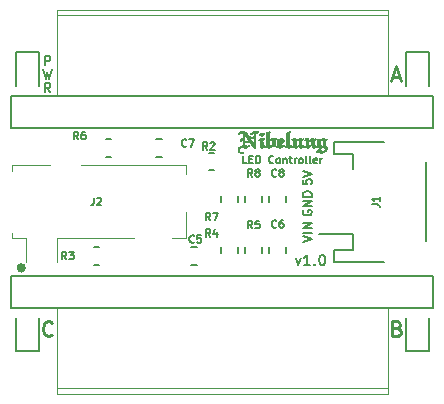
<source format=gto>
G04 #@! TF.GenerationSoftware,KiCad,Pcbnew,(5.1.9)-1*
G04 #@! TF.CreationDate,2021-03-27T20:31:15-07:00*
G04 #@! TF.ProjectId,nibelung,6e696265-6c75-46e6-972e-6b696361645f,rev?*
G04 #@! TF.SameCoordinates,PX621abf0PY7065700*
G04 #@! TF.FileFunction,Legend,Top*
G04 #@! TF.FilePolarity,Positive*
%FSLAX46Y46*%
G04 Gerber Fmt 4.6, Leading zero omitted, Abs format (unit mm)*
G04 Created by KiCad (PCBNEW (5.1.9)-1) date 2021-03-27 20:31:15*
%MOMM*%
%LPD*%
G01*
G04 APERTURE LIST*
%ADD10C,0.177800*%
%ADD11C,0.152400*%
%ADD12C,0.203200*%
%ADD13C,0.254000*%
%ADD14C,0.190500*%
%ADD15C,0.381000*%
%ADD16C,0.010000*%
%ADD17C,0.120000*%
%ADD18C,0.150000*%
%ADD19C,0.127000*%
G04 APERTURE END LIST*
D10*
X24003000Y11493500D02*
X24214666Y10900834D01*
X24426333Y11493500D01*
X25230666Y10900834D02*
X24722666Y10900834D01*
X24976666Y10900834D02*
X24976666Y11789834D01*
X24892000Y11662834D01*
X24807333Y11578167D01*
X24722666Y11535834D01*
X25611666Y10985500D02*
X25654000Y10943167D01*
X25611666Y10900834D01*
X25569333Y10943167D01*
X25611666Y10985500D01*
X25611666Y10900834D01*
X26204333Y11789834D02*
X26289000Y11789834D01*
X26373666Y11747500D01*
X26416000Y11705167D01*
X26458333Y11620500D01*
X26500666Y11451167D01*
X26500666Y11239500D01*
X26458333Y11070167D01*
X26416000Y10985500D01*
X26373666Y10943167D01*
X26289000Y10900834D01*
X26204333Y10900834D01*
X26119666Y10943167D01*
X26077333Y10985500D01*
X26035000Y11070167D01*
X25992666Y11239500D01*
X25992666Y11451167D01*
X26035000Y11620500D01*
X26077333Y11705167D01*
X26119666Y11747500D01*
X26204333Y11789834D01*
D11*
X19851309Y19524739D02*
X19548928Y19524739D01*
X19548928Y20159739D01*
X20062976Y19857358D02*
X20274642Y19857358D01*
X20365357Y19524739D02*
X20062976Y19524739D01*
X20062976Y20159739D01*
X20365357Y20159739D01*
X20637500Y19524739D02*
X20637500Y20159739D01*
X20788690Y20159739D01*
X20879404Y20129500D01*
X20939880Y20069024D01*
X20970119Y20008548D01*
X21000357Y19887596D01*
X21000357Y19796881D01*
X20970119Y19675929D01*
X20939880Y19615453D01*
X20879404Y19554977D01*
X20788690Y19524739D01*
X20637500Y19524739D01*
X22119166Y19585215D02*
X22088928Y19554977D01*
X21998214Y19524739D01*
X21937738Y19524739D01*
X21847023Y19554977D01*
X21786547Y19615453D01*
X21756309Y19675929D01*
X21726071Y19796881D01*
X21726071Y19887596D01*
X21756309Y20008548D01*
X21786547Y20069024D01*
X21847023Y20129500D01*
X21937738Y20159739D01*
X21998214Y20159739D01*
X22088928Y20129500D01*
X22119166Y20099262D01*
X22482023Y19524739D02*
X22421547Y19554977D01*
X22391309Y19585215D01*
X22361071Y19645691D01*
X22361071Y19827120D01*
X22391309Y19887596D01*
X22421547Y19917834D01*
X22482023Y19948072D01*
X22572738Y19948072D01*
X22633214Y19917834D01*
X22663452Y19887596D01*
X22693690Y19827120D01*
X22693690Y19645691D01*
X22663452Y19585215D01*
X22633214Y19554977D01*
X22572738Y19524739D01*
X22482023Y19524739D01*
X22965833Y19948072D02*
X22965833Y19524739D01*
X22965833Y19887596D02*
X22996071Y19917834D01*
X23056547Y19948072D01*
X23147261Y19948072D01*
X23207738Y19917834D01*
X23237976Y19857358D01*
X23237976Y19524739D01*
X23449642Y19948072D02*
X23691547Y19948072D01*
X23540357Y20159739D02*
X23540357Y19615453D01*
X23570595Y19554977D01*
X23631071Y19524739D01*
X23691547Y19524739D01*
X23903214Y19524739D02*
X23903214Y19948072D01*
X23903214Y19827120D02*
X23933452Y19887596D01*
X23963690Y19917834D01*
X24024166Y19948072D01*
X24084642Y19948072D01*
X24387023Y19524739D02*
X24326547Y19554977D01*
X24296309Y19585215D01*
X24266071Y19645691D01*
X24266071Y19827120D01*
X24296309Y19887596D01*
X24326547Y19917834D01*
X24387023Y19948072D01*
X24477738Y19948072D01*
X24538214Y19917834D01*
X24568452Y19887596D01*
X24598690Y19827120D01*
X24598690Y19645691D01*
X24568452Y19585215D01*
X24538214Y19554977D01*
X24477738Y19524739D01*
X24387023Y19524739D01*
X24961547Y19524739D02*
X24901071Y19554977D01*
X24870833Y19615453D01*
X24870833Y20159739D01*
X25294166Y19524739D02*
X25233690Y19554977D01*
X25203452Y19615453D01*
X25203452Y20159739D01*
X25777976Y19554977D02*
X25717500Y19524739D01*
X25596547Y19524739D01*
X25536071Y19554977D01*
X25505833Y19615453D01*
X25505833Y19857358D01*
X25536071Y19917834D01*
X25596547Y19948072D01*
X25717500Y19948072D01*
X25777976Y19917834D01*
X25808214Y19857358D01*
X25808214Y19796881D01*
X25505833Y19736405D01*
X26080357Y19524739D02*
X26080357Y19948072D01*
X26080357Y19827120D02*
X26110595Y19887596D01*
X26140833Y19917834D01*
X26201309Y19948072D01*
X26261785Y19948072D01*
D12*
X2771623Y27826305D02*
X2771623Y28639105D01*
X3081261Y28639105D01*
X3158671Y28600400D01*
X3197376Y28561696D01*
X3236080Y28484286D01*
X3236080Y28368172D01*
X3197376Y28290762D01*
X3158671Y28252058D01*
X3081261Y28213353D01*
X2771623Y28213353D01*
X3236080Y25540305D02*
X2965147Y25927353D01*
X2771623Y25540305D02*
X2771623Y26353105D01*
X3081261Y26353105D01*
X3158671Y26314400D01*
X3197376Y26275696D01*
X3236080Y26198286D01*
X3236080Y26082172D01*
X3197376Y26004762D01*
X3158671Y25966058D01*
X3081261Y25927353D01*
X2771623Y25927353D01*
X2636157Y27496105D02*
X2829680Y26683305D01*
X2984500Y27263877D01*
X3139319Y26683305D01*
X3332842Y27496105D01*
D13*
X32209619Y26839334D02*
X32814380Y26839334D01*
X32088666Y26476477D02*
X32512000Y27746477D01*
X32935333Y26476477D01*
X32602714Y5551715D02*
X32784142Y5491239D01*
X32844619Y5430762D01*
X32905095Y5309810D01*
X32905095Y5128381D01*
X32844619Y5007429D01*
X32784142Y4946953D01*
X32663190Y4886477D01*
X32179380Y4886477D01*
X32179380Y6156477D01*
X32602714Y6156477D01*
X32723666Y6096000D01*
X32784142Y6035524D01*
X32844619Y5914572D01*
X32844619Y5793620D01*
X32784142Y5672667D01*
X32723666Y5612191D01*
X32602714Y5551715D01*
X32179380Y5551715D01*
X3377595Y5007429D02*
X3317119Y4946953D01*
X3135690Y4886477D01*
X3014738Y4886477D01*
X2833309Y4946953D01*
X2712357Y5067905D01*
X2651880Y5188858D01*
X2591404Y5430762D01*
X2591404Y5612191D01*
X2651880Y5854096D01*
X2712357Y5975048D01*
X2833309Y6096000D01*
X3014738Y6156477D01*
X3135690Y6156477D01*
X3317119Y6096000D01*
X3377595Y6035524D01*
D14*
X24601714Y18142858D02*
X24601714Y17780000D01*
X24964571Y17743715D01*
X24928285Y17780000D01*
X24892000Y17852572D01*
X24892000Y18034000D01*
X24928285Y18106572D01*
X24964571Y18142858D01*
X25037142Y18179143D01*
X25218571Y18179143D01*
X25291142Y18142858D01*
X25327428Y18106572D01*
X25363714Y18034000D01*
X25363714Y17852572D01*
X25327428Y17780000D01*
X25291142Y17743715D01*
X24601714Y18396858D02*
X25363714Y18650858D01*
X24601714Y18904858D01*
X24638000Y15548429D02*
X24601714Y15475858D01*
X24601714Y15367000D01*
X24638000Y15258143D01*
X24710571Y15185572D01*
X24783142Y15149286D01*
X24928285Y15113000D01*
X25037142Y15113000D01*
X25182285Y15149286D01*
X25254857Y15185572D01*
X25327428Y15258143D01*
X25363714Y15367000D01*
X25363714Y15439572D01*
X25327428Y15548429D01*
X25291142Y15584715D01*
X25037142Y15584715D01*
X25037142Y15439572D01*
X25363714Y15911286D02*
X24601714Y15911286D01*
X25363714Y16346715D01*
X24601714Y16346715D01*
X25363714Y16709572D02*
X24601714Y16709572D01*
X24601714Y16891000D01*
X24638000Y16999858D01*
X24710571Y17072429D01*
X24783142Y17108715D01*
X24928285Y17145000D01*
X25037142Y17145000D01*
X25182285Y17108715D01*
X25254857Y17072429D01*
X25327428Y16999858D01*
X25363714Y16891000D01*
X25363714Y16709572D01*
X24601714Y12881429D02*
X25363714Y13135429D01*
X24601714Y13389429D01*
X25363714Y13643429D02*
X24601714Y13643429D01*
X25363714Y14006286D02*
X24601714Y14006286D01*
X25363714Y14441715D01*
X24601714Y14441715D01*
D15*
X952500Y10668000D02*
G75*
G03*
X952500Y10668000I-190500J0D01*
G01*
D16*
G36*
X21114339Y22093531D02*
G01*
X21129120Y22084532D01*
X21146323Y22070385D01*
X21158200Y22059900D01*
X21178056Y22042992D01*
X21194885Y22029935D01*
X21206117Y22022667D01*
X21208686Y22021800D01*
X21218287Y22025325D01*
X21232668Y22034062D01*
X21236411Y22036739D01*
X21254698Y22049661D01*
X21266615Y22054774D01*
X21275893Y22051961D01*
X21286266Y22041109D01*
X21291117Y22035046D01*
X21310850Y22010132D01*
X21213887Y21923908D01*
X21176894Y21891189D01*
X21147730Y21866523D01*
X21124725Y21849533D01*
X21106211Y21839838D01*
X21090520Y21837061D01*
X21075983Y21840822D01*
X21060930Y21850744D01*
X21043694Y21866448D01*
X21028314Y21881809D01*
X20984494Y21925967D01*
X20968159Y21913342D01*
X20946947Y21897060D01*
X20933008Y21887797D01*
X20923390Y21885038D01*
X20915143Y21888268D01*
X20905317Y21896971D01*
X20900621Y21901541D01*
X20888113Y21914860D01*
X20880991Y21924803D01*
X20880301Y21927566D01*
X20885442Y21932933D01*
X20898811Y21945171D01*
X20918925Y21962969D01*
X20944299Y21985016D01*
X20973448Y22010002D01*
X20979482Y22015137D01*
X21016122Y22046134D01*
X21044786Y22069380D01*
X21067206Y22085308D01*
X21085116Y22094354D01*
X21100249Y22096950D01*
X21114339Y22093531D01*
G37*
X21114339Y22093531D02*
X21129120Y22084532D01*
X21146323Y22070385D01*
X21158200Y22059900D01*
X21178056Y22042992D01*
X21194885Y22029935D01*
X21206117Y22022667D01*
X21208686Y22021800D01*
X21218287Y22025325D01*
X21232668Y22034062D01*
X21236411Y22036739D01*
X21254698Y22049661D01*
X21266615Y22054774D01*
X21275893Y22051961D01*
X21286266Y22041109D01*
X21291117Y22035046D01*
X21310850Y22010132D01*
X21213887Y21923908D01*
X21176894Y21891189D01*
X21147730Y21866523D01*
X21124725Y21849533D01*
X21106211Y21839838D01*
X21090520Y21837061D01*
X21075983Y21840822D01*
X21060930Y21850744D01*
X21043694Y21866448D01*
X21028314Y21881809D01*
X20984494Y21925967D01*
X20968159Y21913342D01*
X20946947Y21897060D01*
X20933008Y21887797D01*
X20923390Y21885038D01*
X20915143Y21888268D01*
X20905317Y21896971D01*
X20900621Y21901541D01*
X20888113Y21914860D01*
X20880991Y21924803D01*
X20880301Y21927566D01*
X20885442Y21932933D01*
X20898811Y21945171D01*
X20918925Y21962969D01*
X20944299Y21985016D01*
X20973448Y22010002D01*
X20979482Y22015137D01*
X21016122Y22046134D01*
X21044786Y22069380D01*
X21067206Y22085308D01*
X21085116Y22094354D01*
X21100249Y22096950D01*
X21114339Y22093531D01*
G36*
X25420527Y21690499D02*
G01*
X25430551Y21687718D01*
X25431750Y21686145D01*
X25436066Y21677527D01*
X25447379Y21663064D01*
X25463234Y21645392D01*
X25481177Y21627150D01*
X25498754Y21610974D01*
X25510295Y21601732D01*
X25527972Y21590916D01*
X25543835Y21584455D01*
X25548991Y21583651D01*
X25560804Y21586826D01*
X25579591Y21595231D01*
X25601673Y21607180D01*
X25605986Y21609742D01*
X25649245Y21635833D01*
X25664408Y21617679D01*
X25675979Y21603726D01*
X25683100Y21592985D01*
X25684850Y21583692D01*
X25680303Y21574081D01*
X25668538Y21562384D01*
X25648632Y21546837D01*
X25619661Y21525674D01*
X25614268Y21521754D01*
X25536525Y21465208D01*
X25536525Y21281542D01*
X25536555Y21228350D01*
X25536720Y21186286D01*
X25537127Y21153775D01*
X25537885Y21129246D01*
X25539102Y21111126D01*
X25540886Y21097841D01*
X25543347Y21087818D01*
X25546593Y21079486D01*
X25550732Y21071270D01*
X25551068Y21070639D01*
X25564320Y21051256D01*
X25580226Y21035105D01*
X25585746Y21031158D01*
X25605881Y21018913D01*
X25633977Y21034617D01*
X25650876Y21043548D01*
X25660537Y21046390D01*
X25666578Y21043643D01*
X25669932Y21039573D01*
X25679454Y21024998D01*
X25688638Y21008559D01*
X25695530Y20994099D01*
X25698175Y20985464D01*
X25697882Y20984608D01*
X25692220Y20980310D01*
X25678049Y20969605D01*
X25657004Y20953726D01*
X25630720Y20933907D01*
X25601150Y20911621D01*
X25567388Y20886363D01*
X25541875Y20867878D01*
X25522846Y20855129D01*
X25508536Y20847080D01*
X25497179Y20842692D01*
X25487010Y20840930D01*
X25480412Y20840700D01*
X25466499Y20841622D01*
X25454248Y20845519D01*
X25440608Y20854092D01*
X25422530Y20869044D01*
X25410785Y20879521D01*
X25393703Y20894866D01*
X25379607Y20908099D01*
X25368193Y20920583D01*
X25359160Y20933679D01*
X25352206Y20948749D01*
X25347029Y20967157D01*
X25343327Y20990263D01*
X25340799Y21019431D01*
X25339141Y21056022D01*
X25338053Y21101398D01*
X25337232Y21156922D01*
X25336500Y21214636D01*
X25333325Y21458396D01*
X25297362Y21489787D01*
X25261399Y21521179D01*
X25156074Y21436897D01*
X25050750Y21352616D01*
X25050864Y21209371D01*
X25050978Y21066125D01*
X25082540Y21045488D01*
X25100198Y21034434D01*
X25113613Y21026938D01*
X25118938Y21024833D01*
X25126984Y21027572D01*
X25141885Y21034538D01*
X25150501Y21038971D01*
X25177227Y21053127D01*
X25196538Y21034626D01*
X25208608Y21021310D01*
X25215343Y21010480D01*
X25215850Y21008193D01*
X25211010Y21002122D01*
X25197492Y20989720D01*
X25176801Y20972246D01*
X25150439Y20950960D01*
X25119909Y20927124D01*
X25111233Y20920481D01*
X25071438Y20890360D01*
X25039991Y20867652D01*
X25015215Y20851974D01*
X24995435Y20842941D01*
X24978973Y20840167D01*
X24964154Y20843268D01*
X24949302Y20851861D01*
X24932740Y20865559D01*
X24920575Y20876730D01*
X24887148Y20905163D01*
X24858609Y20922896D01*
X24833399Y20930171D01*
X24809960Y20927232D01*
X24786735Y20914321D01*
X24770437Y20900135D01*
X24746577Y20876836D01*
X24717885Y20898456D01*
X24702227Y20910824D01*
X24691724Y20920211D01*
X24688996Y20923735D01*
X24693684Y20928673D01*
X24706759Y20939936D01*
X24726525Y20956126D01*
X24751288Y20975844D01*
X24768175Y20989048D01*
X24847550Y21050701D01*
X24847550Y21453909D01*
X24813463Y21487572D01*
X24779377Y21521235D01*
X24756229Y21500911D01*
X24733082Y21480588D01*
X24705444Y21506063D01*
X24677806Y21531539D01*
X24782876Y21611570D01*
X24818640Y21638656D01*
X24846021Y21658887D01*
X24866630Y21673245D01*
X24882079Y21682713D01*
X24893978Y21688273D01*
X24903937Y21690908D01*
X24913567Y21691599D01*
X24914079Y21691600D01*
X24927235Y21690880D01*
X24938008Y21687470D01*
X24949208Y21679503D01*
X24963644Y21665110D01*
X24978493Y21648738D01*
X25002302Y21621589D01*
X25018991Y21600427D01*
X25030139Y21581984D01*
X25037323Y21562990D01*
X25042121Y21540177D01*
X25046110Y21510277D01*
X25046366Y21508119D01*
X25053925Y21444215D01*
X25214736Y21567908D01*
X25259403Y21602206D01*
X25295251Y21629510D01*
X25323494Y21650617D01*
X25345345Y21666319D01*
X25362019Y21677412D01*
X25374729Y21684690D01*
X25384687Y21688947D01*
X25393108Y21690979D01*
X25401205Y21691580D01*
X25403649Y21691600D01*
X25420527Y21690499D01*
G37*
X25420527Y21690499D02*
X25430551Y21687718D01*
X25431750Y21686145D01*
X25436066Y21677527D01*
X25447379Y21663064D01*
X25463234Y21645392D01*
X25481177Y21627150D01*
X25498754Y21610974D01*
X25510295Y21601732D01*
X25527972Y21590916D01*
X25543835Y21584455D01*
X25548991Y21583651D01*
X25560804Y21586826D01*
X25579591Y21595231D01*
X25601673Y21607180D01*
X25605986Y21609742D01*
X25649245Y21635833D01*
X25664408Y21617679D01*
X25675979Y21603726D01*
X25683100Y21592985D01*
X25684850Y21583692D01*
X25680303Y21574081D01*
X25668538Y21562384D01*
X25648632Y21546837D01*
X25619661Y21525674D01*
X25614268Y21521754D01*
X25536525Y21465208D01*
X25536525Y21281542D01*
X25536555Y21228350D01*
X25536720Y21186286D01*
X25537127Y21153775D01*
X25537885Y21129246D01*
X25539102Y21111126D01*
X25540886Y21097841D01*
X25543347Y21087818D01*
X25546593Y21079486D01*
X25550732Y21071270D01*
X25551068Y21070639D01*
X25564320Y21051256D01*
X25580226Y21035105D01*
X25585746Y21031158D01*
X25605881Y21018913D01*
X25633977Y21034617D01*
X25650876Y21043548D01*
X25660537Y21046390D01*
X25666578Y21043643D01*
X25669932Y21039573D01*
X25679454Y21024998D01*
X25688638Y21008559D01*
X25695530Y20994099D01*
X25698175Y20985464D01*
X25697882Y20984608D01*
X25692220Y20980310D01*
X25678049Y20969605D01*
X25657004Y20953726D01*
X25630720Y20933907D01*
X25601150Y20911621D01*
X25567388Y20886363D01*
X25541875Y20867878D01*
X25522846Y20855129D01*
X25508536Y20847080D01*
X25497179Y20842692D01*
X25487010Y20840930D01*
X25480412Y20840700D01*
X25466499Y20841622D01*
X25454248Y20845519D01*
X25440608Y20854092D01*
X25422530Y20869044D01*
X25410785Y20879521D01*
X25393703Y20894866D01*
X25379607Y20908099D01*
X25368193Y20920583D01*
X25359160Y20933679D01*
X25352206Y20948749D01*
X25347029Y20967157D01*
X25343327Y20990263D01*
X25340799Y21019431D01*
X25339141Y21056022D01*
X25338053Y21101398D01*
X25337232Y21156922D01*
X25336500Y21214636D01*
X25333325Y21458396D01*
X25297362Y21489787D01*
X25261399Y21521179D01*
X25156074Y21436897D01*
X25050750Y21352616D01*
X25050864Y21209371D01*
X25050978Y21066125D01*
X25082540Y21045488D01*
X25100198Y21034434D01*
X25113613Y21026938D01*
X25118938Y21024833D01*
X25126984Y21027572D01*
X25141885Y21034538D01*
X25150501Y21038971D01*
X25177227Y21053127D01*
X25196538Y21034626D01*
X25208608Y21021310D01*
X25215343Y21010480D01*
X25215850Y21008193D01*
X25211010Y21002122D01*
X25197492Y20989720D01*
X25176801Y20972246D01*
X25150439Y20950960D01*
X25119909Y20927124D01*
X25111233Y20920481D01*
X25071438Y20890360D01*
X25039991Y20867652D01*
X25015215Y20851974D01*
X24995435Y20842941D01*
X24978973Y20840167D01*
X24964154Y20843268D01*
X24949302Y20851861D01*
X24932740Y20865559D01*
X24920575Y20876730D01*
X24887148Y20905163D01*
X24858609Y20922896D01*
X24833399Y20930171D01*
X24809960Y20927232D01*
X24786735Y20914321D01*
X24770437Y20900135D01*
X24746577Y20876836D01*
X24717885Y20898456D01*
X24702227Y20910824D01*
X24691724Y20920211D01*
X24688996Y20923735D01*
X24693684Y20928673D01*
X24706759Y20939936D01*
X24726525Y20956126D01*
X24751288Y20975844D01*
X24768175Y20989048D01*
X24847550Y21050701D01*
X24847550Y21453909D01*
X24813463Y21487572D01*
X24779377Y21521235D01*
X24756229Y21500911D01*
X24733082Y21480588D01*
X24705444Y21506063D01*
X24677806Y21531539D01*
X24782876Y21611570D01*
X24818640Y21638656D01*
X24846021Y21658887D01*
X24866630Y21673245D01*
X24882079Y21682713D01*
X24893978Y21688273D01*
X24903937Y21690908D01*
X24913567Y21691599D01*
X24914079Y21691600D01*
X24927235Y21690880D01*
X24938008Y21687470D01*
X24949208Y21679503D01*
X24963644Y21665110D01*
X24978493Y21648738D01*
X25002302Y21621589D01*
X25018991Y21600427D01*
X25030139Y21581984D01*
X25037323Y21562990D01*
X25042121Y21540177D01*
X25046110Y21510277D01*
X25046366Y21508119D01*
X25053925Y21444215D01*
X25214736Y21567908D01*
X25259403Y21602206D01*
X25295251Y21629510D01*
X25323494Y21650617D01*
X25345345Y21666319D01*
X25362019Y21677412D01*
X25374729Y21684690D01*
X25384687Y21688947D01*
X25393108Y21690979D01*
X25401205Y21691580D01*
X25403649Y21691600D01*
X25420527Y21690499D01*
G36*
X23891610Y21686917D02*
G01*
X23906091Y21676594D01*
X23922348Y21660700D01*
X23936266Y21645798D01*
X23951755Y21629291D01*
X23964506Y21615454D01*
X23974795Y21602900D01*
X23982896Y21590241D01*
X23989084Y21576088D01*
X23993633Y21559052D01*
X23996818Y21537745D01*
X23998913Y21510779D01*
X24000193Y21476765D01*
X24000933Y21434315D01*
X24001407Y21382040D01*
X24001889Y21318552D01*
X24001929Y21313775D01*
X24004034Y21066125D01*
X24047949Y21038631D01*
X24091863Y21011137D01*
X24183956Y21076506D01*
X24276050Y21141875D01*
X24276050Y21455571D01*
X24246580Y21481511D01*
X24230070Y21495181D01*
X24216845Y21504579D01*
X24210626Y21507450D01*
X24201706Y21504451D01*
X24186369Y21496831D01*
X24177365Y21491759D01*
X24150590Y21476068D01*
X24137058Y21508630D01*
X24129935Y21526621D01*
X24125716Y21538971D01*
X24125175Y21542430D01*
X24178533Y21582514D01*
X24222697Y21615596D01*
X24258785Y21642090D01*
X24287910Y21662410D01*
X24311190Y21676971D01*
X24329740Y21686188D01*
X24344676Y21690475D01*
X24357113Y21690247D01*
X24368167Y21685918D01*
X24378954Y21677904D01*
X24390590Y21666618D01*
X24404191Y21652475D01*
X24408752Y21647807D01*
X24438338Y21619047D01*
X24462296Y21599672D01*
X24482926Y21589143D01*
X24502526Y21586923D01*
X24523398Y21592474D01*
X24547841Y21605258D01*
X24559561Y21612551D01*
X24577968Y21623889D01*
X24592116Y21631803D01*
X24598482Y21634451D01*
X24604152Y21629475D01*
X24613538Y21616744D01*
X24619988Y21606603D01*
X24636808Y21578755D01*
X24485600Y21467545D01*
X24485600Y21093436D01*
X24522340Y21055423D01*
X24559081Y21017410D01*
X24607389Y21040446D01*
X24625687Y21018361D01*
X24636384Y21004284D01*
X24642199Y20994321D01*
X24642580Y20992183D01*
X24637360Y20987169D01*
X24623677Y20975668D01*
X24603114Y20958964D01*
X24577251Y20938344D01*
X24547672Y20915090D01*
X24546783Y20914395D01*
X24513591Y20888599D01*
X24488575Y20869643D01*
X24469958Y20856477D01*
X24455965Y20848051D01*
X24444820Y20843315D01*
X24434749Y20841216D01*
X24423975Y20840705D01*
X24422239Y20840700D01*
X24404911Y20841520D01*
X24392193Y20845470D01*
X24379777Y20854786D01*
X24364136Y20870863D01*
X24334320Y20903901D01*
X24312388Y20930903D01*
X24296941Y20954495D01*
X24286579Y20977306D01*
X24279901Y21001963D01*
X24275507Y21031096D01*
X24274663Y21038788D01*
X24273705Y21043472D01*
X24271262Y21045852D01*
X24266226Y21045228D01*
X24257489Y21040899D01*
X24243940Y21032164D01*
X24224472Y21018322D01*
X24197975Y20998673D01*
X24163341Y20972515D01*
X24131484Y20948300D01*
X24089686Y20916573D01*
X24056622Y20891764D01*
X24030972Y20873033D01*
X24011415Y20859537D01*
X23996633Y20850435D01*
X23985304Y20844886D01*
X23976109Y20842049D01*
X23967728Y20841081D01*
X23963209Y20841039D01*
X23948150Y20842382D01*
X23934445Y20847146D01*
X23918701Y20857070D01*
X23897527Y20873891D01*
X23895050Y20875962D01*
X23858780Y20903807D01*
X23825604Y20924304D01*
X23797032Y20936683D01*
X23774576Y20940177D01*
X23769976Y20939546D01*
X23755562Y20934174D01*
X23735159Y20923925D01*
X23714075Y20911560D01*
X23675975Y20887487D01*
X23655862Y20912847D01*
X23635750Y20938207D01*
X23717775Y20998579D01*
X23799800Y21058952D01*
X23799800Y21468122D01*
X23772812Y21497836D01*
X23745825Y21527550D01*
X23720425Y21509214D01*
X23704028Y21497549D01*
X23691285Y21488783D01*
X23687654Y21486440D01*
X23680901Y21488922D01*
X23669961Y21498569D01*
X23657778Y21512035D01*
X23647296Y21525976D01*
X23641457Y21537046D01*
X23641050Y21539404D01*
X23645983Y21544150D01*
X23659750Y21555037D01*
X23680794Y21570899D01*
X23707563Y21590567D01*
X23738504Y21612875D01*
X23745024Y21617528D01*
X23785221Y21646007D01*
X23816803Y21667379D01*
X23841501Y21681900D01*
X23861047Y21689826D01*
X23877172Y21691413D01*
X23891610Y21686917D01*
G37*
X23891610Y21686917D02*
X23906091Y21676594D01*
X23922348Y21660700D01*
X23936266Y21645798D01*
X23951755Y21629291D01*
X23964506Y21615454D01*
X23974795Y21602900D01*
X23982896Y21590241D01*
X23989084Y21576088D01*
X23993633Y21559052D01*
X23996818Y21537745D01*
X23998913Y21510779D01*
X24000193Y21476765D01*
X24000933Y21434315D01*
X24001407Y21382040D01*
X24001889Y21318552D01*
X24001929Y21313775D01*
X24004034Y21066125D01*
X24047949Y21038631D01*
X24091863Y21011137D01*
X24183956Y21076506D01*
X24276050Y21141875D01*
X24276050Y21455571D01*
X24246580Y21481511D01*
X24230070Y21495181D01*
X24216845Y21504579D01*
X24210626Y21507450D01*
X24201706Y21504451D01*
X24186369Y21496831D01*
X24177365Y21491759D01*
X24150590Y21476068D01*
X24137058Y21508630D01*
X24129935Y21526621D01*
X24125716Y21538971D01*
X24125175Y21542430D01*
X24178533Y21582514D01*
X24222697Y21615596D01*
X24258785Y21642090D01*
X24287910Y21662410D01*
X24311190Y21676971D01*
X24329740Y21686188D01*
X24344676Y21690475D01*
X24357113Y21690247D01*
X24368167Y21685918D01*
X24378954Y21677904D01*
X24390590Y21666618D01*
X24404191Y21652475D01*
X24408752Y21647807D01*
X24438338Y21619047D01*
X24462296Y21599672D01*
X24482926Y21589143D01*
X24502526Y21586923D01*
X24523398Y21592474D01*
X24547841Y21605258D01*
X24559561Y21612551D01*
X24577968Y21623889D01*
X24592116Y21631803D01*
X24598482Y21634451D01*
X24604152Y21629475D01*
X24613538Y21616744D01*
X24619988Y21606603D01*
X24636808Y21578755D01*
X24485600Y21467545D01*
X24485600Y21093436D01*
X24522340Y21055423D01*
X24559081Y21017410D01*
X24607389Y21040446D01*
X24625687Y21018361D01*
X24636384Y21004284D01*
X24642199Y20994321D01*
X24642580Y20992183D01*
X24637360Y20987169D01*
X24623677Y20975668D01*
X24603114Y20958964D01*
X24577251Y20938344D01*
X24547672Y20915090D01*
X24546783Y20914395D01*
X24513591Y20888599D01*
X24488575Y20869643D01*
X24469958Y20856477D01*
X24455965Y20848051D01*
X24444820Y20843315D01*
X24434749Y20841216D01*
X24423975Y20840705D01*
X24422239Y20840700D01*
X24404911Y20841520D01*
X24392193Y20845470D01*
X24379777Y20854786D01*
X24364136Y20870863D01*
X24334320Y20903901D01*
X24312388Y20930903D01*
X24296941Y20954495D01*
X24286579Y20977306D01*
X24279901Y21001963D01*
X24275507Y21031096D01*
X24274663Y21038788D01*
X24273705Y21043472D01*
X24271262Y21045852D01*
X24266226Y21045228D01*
X24257489Y21040899D01*
X24243940Y21032164D01*
X24224472Y21018322D01*
X24197975Y20998673D01*
X24163341Y20972515D01*
X24131484Y20948300D01*
X24089686Y20916573D01*
X24056622Y20891764D01*
X24030972Y20873033D01*
X24011415Y20859537D01*
X23996633Y20850435D01*
X23985304Y20844886D01*
X23976109Y20842049D01*
X23967728Y20841081D01*
X23963209Y20841039D01*
X23948150Y20842382D01*
X23934445Y20847146D01*
X23918701Y20857070D01*
X23897527Y20873891D01*
X23895050Y20875962D01*
X23858780Y20903807D01*
X23825604Y20924304D01*
X23797032Y20936683D01*
X23774576Y20940177D01*
X23769976Y20939546D01*
X23755562Y20934174D01*
X23735159Y20923925D01*
X23714075Y20911560D01*
X23675975Y20887487D01*
X23655862Y20912847D01*
X23635750Y20938207D01*
X23717775Y20998579D01*
X23799800Y21058952D01*
X23799800Y21468122D01*
X23772812Y21497836D01*
X23745825Y21527550D01*
X23720425Y21509214D01*
X23704028Y21497549D01*
X23691285Y21488783D01*
X23687654Y21486440D01*
X23680901Y21488922D01*
X23669961Y21498569D01*
X23657778Y21512035D01*
X23647296Y21525976D01*
X23641457Y21537046D01*
X23641050Y21539404D01*
X23645983Y21544150D01*
X23659750Y21555037D01*
X23680794Y21570899D01*
X23707563Y21590567D01*
X23738504Y21612875D01*
X23745024Y21617528D01*
X23785221Y21646007D01*
X23816803Y21667379D01*
X23841501Y21681900D01*
X23861047Y21689826D01*
X23877172Y21691413D01*
X23891610Y21686917D01*
G36*
X23473421Y22226353D02*
G01*
X23484397Y22214147D01*
X23490539Y22205968D01*
X23508303Y22180856D01*
X23482876Y22138696D01*
X23451044Y22073808D01*
X23430021Y22002504D01*
X23425408Y21977350D01*
X23424093Y21962417D01*
X23422901Y21935505D01*
X23421843Y21897337D01*
X23420929Y21848633D01*
X23420168Y21790115D01*
X23419570Y21722505D01*
X23419145Y21646523D01*
X23418903Y21562892D01*
X23418847Y21500412D01*
X23418800Y21064749D01*
X23491164Y21016701D01*
X23520707Y21033308D01*
X23550250Y21049916D01*
X23562614Y21035796D01*
X23572719Y21024401D01*
X23579583Y21015363D01*
X23582322Y21007232D01*
X23580049Y20998563D01*
X23571880Y20987908D01*
X23556930Y20973820D01*
X23534313Y20954851D01*
X23503144Y20929555D01*
X23492216Y20920696D01*
X23458535Y20893452D01*
X23432997Y20873217D01*
X23413922Y20858951D01*
X23399632Y20849613D01*
X23388447Y20844161D01*
X23378688Y20841554D01*
X23368676Y20840751D01*
X23363204Y20840700D01*
X23346440Y20841430D01*
X23333848Y20844997D01*
X23321499Y20853466D01*
X23305468Y20868902D01*
X23301162Y20873328D01*
X23266801Y20905146D01*
X23235817Y20926308D01*
X23208889Y20936386D01*
X23199887Y20937220D01*
X23182949Y20934325D01*
X23160867Y20926872D01*
X23145549Y20919974D01*
X23111515Y20902727D01*
X23088063Y20930229D01*
X23064612Y20957731D01*
X23138518Y20999973D01*
X23212425Y21042215D01*
X23214051Y21532836D01*
X23214326Y21628259D01*
X23214468Y21711815D01*
X23214466Y21784337D01*
X23214310Y21846657D01*
X23213989Y21899610D01*
X23213492Y21944027D01*
X23212808Y21980741D01*
X23211927Y22010585D01*
X23210836Y22034392D01*
X23209527Y22052995D01*
X23207987Y22067226D01*
X23206990Y22073766D01*
X23198302Y22124075D01*
X23228539Y22139397D01*
X23258775Y22154719D01*
X23279610Y22107310D01*
X23289698Y22085412D01*
X23298203Y22068870D01*
X23303678Y22060437D01*
X23304526Y22059900D01*
X23309714Y22064787D01*
X23320032Y22077820D01*
X23333592Y22096564D01*
X23339165Y22104622D01*
X23354277Y22124625D01*
X23373692Y22147322D01*
X23395398Y22170709D01*
X23417384Y22192780D01*
X23437639Y22211531D01*
X23454150Y22224956D01*
X23464907Y22231051D01*
X23466174Y22231215D01*
X23473421Y22226353D01*
G37*
X23473421Y22226353D02*
X23484397Y22214147D01*
X23490539Y22205968D01*
X23508303Y22180856D01*
X23482876Y22138696D01*
X23451044Y22073808D01*
X23430021Y22002504D01*
X23425408Y21977350D01*
X23424093Y21962417D01*
X23422901Y21935505D01*
X23421843Y21897337D01*
X23420929Y21848633D01*
X23420168Y21790115D01*
X23419570Y21722505D01*
X23419145Y21646523D01*
X23418903Y21562892D01*
X23418847Y21500412D01*
X23418800Y21064749D01*
X23491164Y21016701D01*
X23520707Y21033308D01*
X23550250Y21049916D01*
X23562614Y21035796D01*
X23572719Y21024401D01*
X23579583Y21015363D01*
X23582322Y21007232D01*
X23580049Y20998563D01*
X23571880Y20987908D01*
X23556930Y20973820D01*
X23534313Y20954851D01*
X23503144Y20929555D01*
X23492216Y20920696D01*
X23458535Y20893452D01*
X23432997Y20873217D01*
X23413922Y20858951D01*
X23399632Y20849613D01*
X23388447Y20844161D01*
X23378688Y20841554D01*
X23368676Y20840751D01*
X23363204Y20840700D01*
X23346440Y20841430D01*
X23333848Y20844997D01*
X23321499Y20853466D01*
X23305468Y20868902D01*
X23301162Y20873328D01*
X23266801Y20905146D01*
X23235817Y20926308D01*
X23208889Y20936386D01*
X23199887Y20937220D01*
X23182949Y20934325D01*
X23160867Y20926872D01*
X23145549Y20919974D01*
X23111515Y20902727D01*
X23088063Y20930229D01*
X23064612Y20957731D01*
X23138518Y20999973D01*
X23212425Y21042215D01*
X23214051Y21532836D01*
X23214326Y21628259D01*
X23214468Y21711815D01*
X23214466Y21784337D01*
X23214310Y21846657D01*
X23213989Y21899610D01*
X23213492Y21944027D01*
X23212808Y21980741D01*
X23211927Y22010585D01*
X23210836Y22034392D01*
X23209527Y22052995D01*
X23207987Y22067226D01*
X23206990Y22073766D01*
X23198302Y22124075D01*
X23228539Y22139397D01*
X23258775Y22154719D01*
X23279610Y22107310D01*
X23289698Y22085412D01*
X23298203Y22068870D01*
X23303678Y22060437D01*
X23304526Y22059900D01*
X23309714Y22064787D01*
X23320032Y22077820D01*
X23333592Y22096564D01*
X23339165Y22104622D01*
X23354277Y22124625D01*
X23373692Y22147322D01*
X23395398Y22170709D01*
X23417384Y22192780D01*
X23437639Y22211531D01*
X23454150Y22224956D01*
X23464907Y22231051D01*
X23466174Y22231215D01*
X23473421Y22226353D01*
G36*
X22797937Y21690348D02*
G01*
X22810956Y21684059D01*
X22825908Y21671340D01*
X22844082Y21651415D01*
X22866768Y21623508D01*
X22895258Y21586843D01*
X22915091Y21561075D01*
X22945848Y21520983D01*
X22969641Y21489504D01*
X22987354Y21465264D01*
X22999867Y21446890D01*
X23008064Y21433008D01*
X23012826Y21422245D01*
X23015035Y21413226D01*
X23015575Y21404600D01*
X23015575Y21378651D01*
X22826662Y21270754D01*
X22637750Y21162856D01*
X22637750Y21082098D01*
X22713852Y21043949D01*
X22742292Y21029879D01*
X22766708Y21018149D01*
X22784842Y21009819D01*
X22794433Y21005948D01*
X22795189Y21005800D01*
X22802365Y21008662D01*
X22818575Y21016533D01*
X22841700Y21028343D01*
X22869625Y21043025D01*
X22882309Y21049808D01*
X22964194Y21093815D01*
X22984857Y21070445D01*
X22996930Y21055610D01*
X23004417Y21044134D01*
X23005607Y21040725D01*
X23000348Y21036056D01*
X22985422Y21025890D01*
X22962170Y21011061D01*
X22931933Y20992405D01*
X22896054Y20970756D01*
X22855872Y20946950D01*
X22839800Y20937538D01*
X22788518Y20907600D01*
X22746825Y20883627D01*
X22713256Y20865323D01*
X22686349Y20852394D01*
X22664640Y20844546D01*
X22646666Y20841485D01*
X22630964Y20842916D01*
X22616072Y20848544D01*
X22600525Y20858076D01*
X22582861Y20871217D01*
X22567900Y20882835D01*
X22536034Y20906336D01*
X22505740Y20926555D01*
X22479131Y20942232D01*
X22458326Y20952108D01*
X22446667Y20955000D01*
X22437390Y20952544D01*
X22420451Y20946135D01*
X22401582Y20938068D01*
X22363851Y20921135D01*
X22340780Y20944206D01*
X22328279Y20957637D01*
X22321195Y20967104D01*
X22320567Y20969728D01*
X22326701Y20974040D01*
X22341145Y20983856D01*
X22361636Y20997646D01*
X22382162Y21011378D01*
X22440900Y21050578D01*
X22440900Y21467890D01*
X22424494Y21478639D01*
X22408553Y21495043D01*
X22396206Y21518471D01*
X22391808Y21536848D01*
X22637750Y21536848D01*
X22637750Y21388425D01*
X22637884Y21339696D01*
X22638331Y21302462D01*
X22639157Y21275520D01*
X22640429Y21257667D01*
X22642212Y21247701D01*
X22644575Y21244417D01*
X22645687Y21244701D01*
X22653520Y21249505D01*
X22670154Y21259815D01*
X22693618Y21274406D01*
X22721944Y21292053D01*
X22744167Y21305918D01*
X22780398Y21329125D01*
X22807228Y21347604D01*
X22824113Y21360953D01*
X22830512Y21368768D01*
X22830385Y21369855D01*
X22825209Y21377065D01*
X22813520Y21392483D01*
X22796674Y21414348D01*
X22776026Y21440900D01*
X22756235Y21466175D01*
X22733695Y21494883D01*
X22714033Y21519942D01*
X22698528Y21539725D01*
X22688454Y21552601D01*
X22685091Y21556935D01*
X22679156Y21555664D01*
X22665936Y21550226D01*
X22660761Y21547822D01*
X22637750Y21536848D01*
X22391808Y21536848D01*
X22390270Y21543274D01*
X22390100Y21547648D01*
X22390845Y21555102D01*
X22394752Y21559922D01*
X22404330Y21563027D01*
X22422087Y21565332D01*
X22443594Y21567195D01*
X22506560Y21576368D01*
X22573243Y21593230D01*
X22639295Y21616320D01*
X22700370Y21644174D01*
X22739374Y21666714D01*
X22757568Y21678389D01*
X22772533Y21686738D01*
X22785559Y21690982D01*
X22797937Y21690348D01*
G37*
X22797937Y21690348D02*
X22810956Y21684059D01*
X22825908Y21671340D01*
X22844082Y21651415D01*
X22866768Y21623508D01*
X22895258Y21586843D01*
X22915091Y21561075D01*
X22945848Y21520983D01*
X22969641Y21489504D01*
X22987354Y21465264D01*
X22999867Y21446890D01*
X23008064Y21433008D01*
X23012826Y21422245D01*
X23015035Y21413226D01*
X23015575Y21404600D01*
X23015575Y21378651D01*
X22826662Y21270754D01*
X22637750Y21162856D01*
X22637750Y21082098D01*
X22713852Y21043949D01*
X22742292Y21029879D01*
X22766708Y21018149D01*
X22784842Y21009819D01*
X22794433Y21005948D01*
X22795189Y21005800D01*
X22802365Y21008662D01*
X22818575Y21016533D01*
X22841700Y21028343D01*
X22869625Y21043025D01*
X22882309Y21049808D01*
X22964194Y21093815D01*
X22984857Y21070445D01*
X22996930Y21055610D01*
X23004417Y21044134D01*
X23005607Y21040725D01*
X23000348Y21036056D01*
X22985422Y21025890D01*
X22962170Y21011061D01*
X22931933Y20992405D01*
X22896054Y20970756D01*
X22855872Y20946950D01*
X22839800Y20937538D01*
X22788518Y20907600D01*
X22746825Y20883627D01*
X22713256Y20865323D01*
X22686349Y20852394D01*
X22664640Y20844546D01*
X22646666Y20841485D01*
X22630964Y20842916D01*
X22616072Y20848544D01*
X22600525Y20858076D01*
X22582861Y20871217D01*
X22567900Y20882835D01*
X22536034Y20906336D01*
X22505740Y20926555D01*
X22479131Y20942232D01*
X22458326Y20952108D01*
X22446667Y20955000D01*
X22437390Y20952544D01*
X22420451Y20946135D01*
X22401582Y20938068D01*
X22363851Y20921135D01*
X22340780Y20944206D01*
X22328279Y20957637D01*
X22321195Y20967104D01*
X22320567Y20969728D01*
X22326701Y20974040D01*
X22341145Y20983856D01*
X22361636Y20997646D01*
X22382162Y21011378D01*
X22440900Y21050578D01*
X22440900Y21467890D01*
X22424494Y21478639D01*
X22408553Y21495043D01*
X22396206Y21518471D01*
X22391808Y21536848D01*
X22637750Y21536848D01*
X22637750Y21388425D01*
X22637884Y21339696D01*
X22638331Y21302462D01*
X22639157Y21275520D01*
X22640429Y21257667D01*
X22642212Y21247701D01*
X22644575Y21244417D01*
X22645687Y21244701D01*
X22653520Y21249505D01*
X22670154Y21259815D01*
X22693618Y21274406D01*
X22721944Y21292053D01*
X22744167Y21305918D01*
X22780398Y21329125D01*
X22807228Y21347604D01*
X22824113Y21360953D01*
X22830512Y21368768D01*
X22830385Y21369855D01*
X22825209Y21377065D01*
X22813520Y21392483D01*
X22796674Y21414348D01*
X22776026Y21440900D01*
X22756235Y21466175D01*
X22733695Y21494883D01*
X22714033Y21519942D01*
X22698528Y21539725D01*
X22688454Y21552601D01*
X22685091Y21556935D01*
X22679156Y21555664D01*
X22665936Y21550226D01*
X22660761Y21547822D01*
X22637750Y21536848D01*
X22391808Y21536848D01*
X22390270Y21543274D01*
X22390100Y21547648D01*
X22390845Y21555102D01*
X22394752Y21559922D01*
X22404330Y21563027D01*
X22422087Y21565332D01*
X22443594Y21567195D01*
X22506560Y21576368D01*
X22573243Y21593230D01*
X22639295Y21616320D01*
X22700370Y21644174D01*
X22739374Y21666714D01*
X22757568Y21678389D01*
X22772533Y21686738D01*
X22785559Y21690982D01*
X22797937Y21690348D01*
G36*
X21807543Y22188220D02*
G01*
X21781209Y22151444D01*
X21769000Y22133994D01*
X21758802Y22117851D01*
X21750419Y22101692D01*
X21743657Y22084198D01*
X21738321Y22064047D01*
X21734215Y22039916D01*
X21731145Y22010486D01*
X21728916Y21974434D01*
X21727332Y21930439D01*
X21726199Y21877180D01*
X21725323Y21813335D01*
X21724838Y21769388D01*
X21724340Y21713106D01*
X21724063Y21660969D01*
X21724001Y21614301D01*
X21724147Y21574426D01*
X21724494Y21542666D01*
X21725036Y21520346D01*
X21725765Y21508788D01*
X21726165Y21507450D01*
X21732308Y21510889D01*
X21747479Y21520568D01*
X21770242Y21535536D01*
X21799157Y21554840D01*
X21832788Y21577527D01*
X21864916Y21599379D01*
X21908610Y21628982D01*
X21943249Y21651875D01*
X21970072Y21668787D01*
X21990317Y21680451D01*
X22005220Y21687597D01*
X22016020Y21690955D01*
X22020904Y21691454D01*
X22033941Y21689509D01*
X22049836Y21682712D01*
X22070833Y21669874D01*
X22098400Y21650375D01*
X22124358Y21631825D01*
X22149438Y21614772D01*
X22170178Y21601527D01*
X22179937Y21595926D01*
X22205308Y21582702D01*
X22296678Y21636984D01*
X22317894Y21611905D01*
X22329940Y21597054D01*
X22337672Y21586350D01*
X22339205Y21583271D01*
X22334314Y21578536D01*
X22320881Y21568147D01*
X22300880Y21553569D01*
X22276281Y21536271D01*
X22272625Y21533745D01*
X22205950Y21487773D01*
X22205950Y21076297D01*
X22228175Y21059345D01*
X22241238Y21048236D01*
X22247844Y21037536D01*
X22250163Y21022257D01*
X22250400Y21008222D01*
X22250400Y20974050D01*
X22159912Y20973967D01*
X22110104Y20972983D01*
X22064867Y20969738D01*
X22021960Y20963648D01*
X21979141Y20954128D01*
X21934170Y20940594D01*
X21884806Y20922462D01*
X21828807Y20899146D01*
X21767161Y20871545D01*
X21740541Y20859452D01*
X21718438Y20849609D01*
X21703225Y20843061D01*
X21697311Y20840840D01*
X21691201Y20844078D01*
X21676875Y20852658D01*
X21656813Y20865079D01*
X21643975Y20873167D01*
X21598734Y20900505D01*
X21561386Y20920249D01*
X21532490Y20932130D01*
X21513463Y20935888D01*
X21498806Y20932229D01*
X21480268Y20922889D01*
X21471717Y20917172D01*
X21446183Y20898394D01*
X21422841Y20917635D01*
X21409130Y20929764D01*
X21400739Y20938780D01*
X21399505Y20941175D01*
X21404211Y20946513D01*
X21417065Y20958012D01*
X21436176Y20974051D01*
X21459658Y20993009D01*
X21463005Y20995661D01*
X21526500Y21045846D01*
X21526500Y21424393D01*
X21723350Y21424393D01*
X21723350Y21078582D01*
X21759862Y21058459D01*
X21785671Y21043364D01*
X21812733Y21026217D01*
X21827577Y21016093D01*
X21845526Y21003899D01*
X21857239Y20998414D01*
X21866493Y20998538D01*
X21875202Y21002207D01*
X21888596Y21007912D01*
X21910271Y21015975D01*
X21936379Y21024989D01*
X21947187Y21028541D01*
X22002750Y21046518D01*
X22002508Y21253172D01*
X22002267Y21459825D01*
X21943771Y21495115D01*
X21885275Y21530404D01*
X21804312Y21477399D01*
X21723350Y21424393D01*
X21526500Y21424393D01*
X21526500Y21535802D01*
X21526517Y21625916D01*
X21526537Y21704318D01*
X21526511Y21771996D01*
X21526391Y21829938D01*
X21526127Y21879132D01*
X21525672Y21920567D01*
X21524977Y21955230D01*
X21523993Y21984109D01*
X21522672Y22008193D01*
X21520966Y22028469D01*
X21518824Y22045926D01*
X21516200Y22061551D01*
X21513045Y22076333D01*
X21509310Y22091259D01*
X21504946Y22107318D01*
X21499905Y22125498D01*
X21497004Y22136100D01*
X21500417Y22145735D01*
X21513285Y22157572D01*
X21517468Y22160402D01*
X21540514Y22175179D01*
X21555840Y22160781D01*
X21567030Y22147206D01*
X21580052Y22127058D01*
X21589115Y22110464D01*
X21607064Y22074545D01*
X21640908Y22115171D01*
X21662631Y22139540D01*
X21688996Y22166677D01*
X21714828Y22191290D01*
X21718540Y22194616D01*
X21762327Y22233436D01*
X21807543Y22188220D01*
G37*
X21807543Y22188220D02*
X21781209Y22151444D01*
X21769000Y22133994D01*
X21758802Y22117851D01*
X21750419Y22101692D01*
X21743657Y22084198D01*
X21738321Y22064047D01*
X21734215Y22039916D01*
X21731145Y22010486D01*
X21728916Y21974434D01*
X21727332Y21930439D01*
X21726199Y21877180D01*
X21725323Y21813335D01*
X21724838Y21769388D01*
X21724340Y21713106D01*
X21724063Y21660969D01*
X21724001Y21614301D01*
X21724147Y21574426D01*
X21724494Y21542666D01*
X21725036Y21520346D01*
X21725765Y21508788D01*
X21726165Y21507450D01*
X21732308Y21510889D01*
X21747479Y21520568D01*
X21770242Y21535536D01*
X21799157Y21554840D01*
X21832788Y21577527D01*
X21864916Y21599379D01*
X21908610Y21628982D01*
X21943249Y21651875D01*
X21970072Y21668787D01*
X21990317Y21680451D01*
X22005220Y21687597D01*
X22016020Y21690955D01*
X22020904Y21691454D01*
X22033941Y21689509D01*
X22049836Y21682712D01*
X22070833Y21669874D01*
X22098400Y21650375D01*
X22124358Y21631825D01*
X22149438Y21614772D01*
X22170178Y21601527D01*
X22179937Y21595926D01*
X22205308Y21582702D01*
X22296678Y21636984D01*
X22317894Y21611905D01*
X22329940Y21597054D01*
X22337672Y21586350D01*
X22339205Y21583271D01*
X22334314Y21578536D01*
X22320881Y21568147D01*
X22300880Y21553569D01*
X22276281Y21536271D01*
X22272625Y21533745D01*
X22205950Y21487773D01*
X22205950Y21076297D01*
X22228175Y21059345D01*
X22241238Y21048236D01*
X22247844Y21037536D01*
X22250163Y21022257D01*
X22250400Y21008222D01*
X22250400Y20974050D01*
X22159912Y20973967D01*
X22110104Y20972983D01*
X22064867Y20969738D01*
X22021960Y20963648D01*
X21979141Y20954128D01*
X21934170Y20940594D01*
X21884806Y20922462D01*
X21828807Y20899146D01*
X21767161Y20871545D01*
X21740541Y20859452D01*
X21718438Y20849609D01*
X21703225Y20843061D01*
X21697311Y20840840D01*
X21691201Y20844078D01*
X21676875Y20852658D01*
X21656813Y20865079D01*
X21643975Y20873167D01*
X21598734Y20900505D01*
X21561386Y20920249D01*
X21532490Y20932130D01*
X21513463Y20935888D01*
X21498806Y20932229D01*
X21480268Y20922889D01*
X21471717Y20917172D01*
X21446183Y20898394D01*
X21422841Y20917635D01*
X21409130Y20929764D01*
X21400739Y20938780D01*
X21399505Y20941175D01*
X21404211Y20946513D01*
X21417065Y20958012D01*
X21436176Y20974051D01*
X21459658Y20993009D01*
X21463005Y20995661D01*
X21526500Y21045846D01*
X21526500Y21424393D01*
X21723350Y21424393D01*
X21723350Y21078582D01*
X21759862Y21058459D01*
X21785671Y21043364D01*
X21812733Y21026217D01*
X21827577Y21016093D01*
X21845526Y21003899D01*
X21857239Y20998414D01*
X21866493Y20998538D01*
X21875202Y21002207D01*
X21888596Y21007912D01*
X21910271Y21015975D01*
X21936379Y21024989D01*
X21947187Y21028541D01*
X22002750Y21046518D01*
X22002508Y21253172D01*
X22002267Y21459825D01*
X21943771Y21495115D01*
X21885275Y21530404D01*
X21804312Y21477399D01*
X21723350Y21424393D01*
X21526500Y21424393D01*
X21526500Y21535802D01*
X21526517Y21625916D01*
X21526537Y21704318D01*
X21526511Y21771996D01*
X21526391Y21829938D01*
X21526127Y21879132D01*
X21525672Y21920567D01*
X21524977Y21955230D01*
X21523993Y21984109D01*
X21522672Y22008193D01*
X21520966Y22028469D01*
X21518824Y22045926D01*
X21516200Y22061551D01*
X21513045Y22076333D01*
X21509310Y22091259D01*
X21504946Y22107318D01*
X21499905Y22125498D01*
X21497004Y22136100D01*
X21500417Y22145735D01*
X21513285Y22157572D01*
X21517468Y22160402D01*
X21540514Y22175179D01*
X21555840Y22160781D01*
X21567030Y22147206D01*
X21580052Y22127058D01*
X21589115Y22110464D01*
X21607064Y22074545D01*
X21640908Y22115171D01*
X21662631Y22139540D01*
X21688996Y22166677D01*
X21714828Y22191290D01*
X21718540Y22194616D01*
X21762327Y22233436D01*
X21807543Y22188220D01*
G36*
X21092568Y21696479D02*
G01*
X21103105Y21691342D01*
X21113573Y21682257D01*
X21117324Y21678414D01*
X21132385Y21664632D01*
X21152328Y21648986D01*
X21174111Y21633546D01*
X21194694Y21620385D01*
X21211036Y21611575D01*
X21219125Y21609051D01*
X21228711Y21612293D01*
X21245058Y21620742D01*
X21262244Y21631082D01*
X21296686Y21653114D01*
X21320460Y21624102D01*
X21332443Y21607668D01*
X21338437Y21595584D01*
X21337987Y21590957D01*
X21330996Y21585680D01*
X21316057Y21574004D01*
X21295128Y21557472D01*
X21270170Y21537629D01*
X21260522Y21529929D01*
X21189303Y21473033D01*
X21191214Y21271620D01*
X21191781Y21215575D01*
X21192367Y21170810D01*
X21193070Y21135907D01*
X21193986Y21109445D01*
X21195214Y21090007D01*
X21196850Y21076172D01*
X21198992Y21066522D01*
X21201736Y21059636D01*
X21205180Y21054097D01*
X21206217Y21052683D01*
X21225351Y21031111D01*
X21243612Y21017852D01*
X21259041Y21014131D01*
X21264772Y21016034D01*
X21276403Y21022991D01*
X21294101Y21033408D01*
X21305324Y21039958D01*
X21334973Y21057206D01*
X21353663Y21029916D01*
X21372353Y21002625D01*
X21265702Y20921663D01*
X21159051Y20840700D01*
X21123558Y20840700D01*
X21102965Y20841443D01*
X21088342Y20845086D01*
X21074573Y20853757D01*
X21058604Y20867688D01*
X21038883Y20887799D01*
X21020131Y20910222D01*
X21011121Y20922906D01*
X20993100Y20951137D01*
X20993100Y21473123D01*
X20968989Y21496666D01*
X20944879Y21520209D01*
X20914014Y21500636D01*
X20883150Y21481062D01*
X20858650Y21505562D01*
X20834149Y21530062D01*
X20947947Y21614006D01*
X20988880Y21643954D01*
X21021177Y21666696D01*
X21046267Y21682777D01*
X21065577Y21692739D01*
X21080535Y21697126D01*
X21092568Y21696479D01*
G37*
X21092568Y21696479D02*
X21103105Y21691342D01*
X21113573Y21682257D01*
X21117324Y21678414D01*
X21132385Y21664632D01*
X21152328Y21648986D01*
X21174111Y21633546D01*
X21194694Y21620385D01*
X21211036Y21611575D01*
X21219125Y21609051D01*
X21228711Y21612293D01*
X21245058Y21620742D01*
X21262244Y21631082D01*
X21296686Y21653114D01*
X21320460Y21624102D01*
X21332443Y21607668D01*
X21338437Y21595584D01*
X21337987Y21590957D01*
X21330996Y21585680D01*
X21316057Y21574004D01*
X21295128Y21557472D01*
X21270170Y21537629D01*
X21260522Y21529929D01*
X21189303Y21473033D01*
X21191214Y21271620D01*
X21191781Y21215575D01*
X21192367Y21170810D01*
X21193070Y21135907D01*
X21193986Y21109445D01*
X21195214Y21090007D01*
X21196850Y21076172D01*
X21198992Y21066522D01*
X21201736Y21059636D01*
X21205180Y21054097D01*
X21206217Y21052683D01*
X21225351Y21031111D01*
X21243612Y21017852D01*
X21259041Y21014131D01*
X21264772Y21016034D01*
X21276403Y21022991D01*
X21294101Y21033408D01*
X21305324Y21039958D01*
X21334973Y21057206D01*
X21353663Y21029916D01*
X21372353Y21002625D01*
X21265702Y20921663D01*
X21159051Y20840700D01*
X21123558Y20840700D01*
X21102965Y20841443D01*
X21088342Y20845086D01*
X21074573Y20853757D01*
X21058604Y20867688D01*
X21038883Y20887799D01*
X21020131Y20910222D01*
X21011121Y20922906D01*
X20993100Y20951137D01*
X20993100Y21473123D01*
X20968989Y21496666D01*
X20944879Y21520209D01*
X20914014Y21500636D01*
X20883150Y21481062D01*
X20858650Y21505562D01*
X20834149Y21530062D01*
X20947947Y21614006D01*
X20988880Y21643954D01*
X21021177Y21666696D01*
X21046267Y21682777D01*
X21065577Y21692739D01*
X21080535Y21697126D01*
X21092568Y21696479D01*
G36*
X20535784Y22294011D02*
G01*
X20546252Y22290137D01*
X20552614Y22281194D01*
X20554448Y22277011D01*
X20569987Y22255548D01*
X20595351Y22241411D01*
X20629721Y22235003D01*
X20640765Y22234649D01*
X20665383Y22235925D01*
X20687010Y22240956D01*
X20711397Y22251277D01*
X20720841Y22256008D01*
X20762727Y22277491D01*
X20782663Y22262752D01*
X20795439Y22251937D01*
X20802252Y22243503D01*
X20802600Y22242158D01*
X20799013Y22230072D01*
X20789472Y22210921D01*
X20775808Y22187675D01*
X20759850Y22163302D01*
X20743427Y22140773D01*
X20730847Y22125703D01*
X20696686Y22095399D01*
X20655642Y22070074D01*
X20612081Y22052050D01*
X20577987Y22044402D01*
X20542250Y22039937D01*
X20542250Y20789900D01*
X20508082Y20789900D01*
X20491954Y20790253D01*
X20479764Y20792418D01*
X20468481Y20798062D01*
X20455075Y20808848D01*
X20436515Y20826440D01*
X20430033Y20832763D01*
X20380712Y20885450D01*
X20328177Y20950275D01*
X20272519Y21027112D01*
X20213828Y21115836D01*
X20152194Y21216321D01*
X20151768Y21217040D01*
X20133815Y21247055D01*
X20120465Y21268113D01*
X20109926Y21282227D01*
X20100405Y21291412D01*
X20090109Y21297683D01*
X20077247Y21303054D01*
X20074215Y21304195D01*
X20016103Y21321705D01*
X19949851Y21334347D01*
X19879278Y21341520D01*
X19827875Y21342961D01*
X19792538Y21342311D01*
X19757867Y21340797D01*
X19727916Y21338647D01*
X19707225Y21336172D01*
X19686278Y21332745D01*
X19670566Y21330392D01*
X19664362Y21329687D01*
X19662930Y21323639D01*
X19661670Y21306772D01*
X19660652Y21280966D01*
X19659943Y21248102D01*
X19659614Y21210059D01*
X19659600Y21199763D01*
X19659600Y21069876D01*
X19683412Y21066195D01*
X19755577Y21049530D01*
X19823571Y21023049D01*
X19829353Y21020218D01*
X19875282Y20997307D01*
X19958538Y21053941D01*
X20041795Y21110575D01*
X20063328Y21085175D01*
X20075417Y21070324D01*
X20083147Y21059689D01*
X20084681Y21056600D01*
X20079635Y21052315D01*
X20065414Y21041654D01*
X20043258Y21025513D01*
X20014407Y21004783D01*
X19980101Y20980359D01*
X19941580Y20953133D01*
X19919402Y20937538D01*
X19754303Y20821650D01*
X19715268Y20821650D01*
X19694667Y20822501D01*
X19676170Y20825813D01*
X19655849Y20832730D01*
X19629777Y20844394D01*
X19618703Y20849743D01*
X19574969Y20869262D01*
X19536010Y20881922D01*
X19496774Y20888914D01*
X19452212Y20891430D01*
X19441546Y20891500D01*
X19381378Y20886687D01*
X19325380Y20872793D01*
X19275123Y20850637D01*
X19232174Y20821036D01*
X19198103Y20784811D01*
X19179908Y20755000D01*
X19170156Y20732076D01*
X19165076Y20710385D01*
X19163443Y20683919D01*
X19163442Y20674263D01*
X19167460Y20624707D01*
X19179205Y20584542D01*
X19199582Y20552444D01*
X19229498Y20527091D01*
X19269861Y20507159D01*
X19280641Y20503228D01*
X19309196Y20496655D01*
X19346733Y20492795D01*
X19389822Y20491677D01*
X19435032Y20493330D01*
X19478931Y20497782D01*
X19501010Y20501384D01*
X19525452Y20505351D01*
X19544957Y20507267D01*
X19556335Y20506866D01*
X19557791Y20506146D01*
X19562589Y20496625D01*
X19567882Y20480848D01*
X19572442Y20463451D01*
X19575044Y20449070D01*
X19574640Y20442475D01*
X19565401Y20438346D01*
X19546557Y20433219D01*
X19521105Y20427668D01*
X19492041Y20422268D01*
X19462364Y20417595D01*
X19435069Y20414223D01*
X19421475Y20413088D01*
X19388501Y20412233D01*
X19352265Y20413117D01*
X19322826Y20415337D01*
X19264155Y20426650D01*
X19211852Y20446110D01*
X19167119Y20472889D01*
X19131157Y20506160D01*
X19105168Y20545094D01*
X19094241Y20572875D01*
X19084759Y20623258D01*
X19083523Y20678548D01*
X19090142Y20734407D01*
X19104222Y20786500D01*
X19116089Y20814146D01*
X19148665Y20865221D01*
X19192070Y20912716D01*
X19244712Y20955683D01*
X19304995Y20993174D01*
X19371327Y21024242D01*
X19442112Y21047940D01*
X19515757Y21063319D01*
X19540537Y21066420D01*
X19577050Y21070214D01*
X19577050Y21407747D01*
X19659600Y21407747D01*
X19689762Y21412513D01*
X19741350Y21418672D01*
X19797150Y21421894D01*
X19854097Y21422268D01*
X19909127Y21419883D01*
X19959174Y21414828D01*
X20001174Y21407191D01*
X20016317Y21403036D01*
X20039800Y21396227D01*
X20052911Y21394074D01*
X20057067Y21396513D01*
X20055203Y21401246D01*
X20049993Y21409154D01*
X20039049Y21425508D01*
X20023761Y21448238D01*
X20005518Y21475277D01*
X19996540Y21488559D01*
X19973604Y21522799D01*
X19946673Y21563530D01*
X19918535Y21606505D01*
X19891977Y21647477D01*
X19881991Y21663025D01*
X19856633Y21702048D01*
X19848972Y21713578D01*
X20098709Y21713578D01*
X20101317Y21707871D01*
X20109851Y21693026D01*
X20123370Y21670591D01*
X20140937Y21642114D01*
X20161611Y21609141D01*
X20172461Y21592018D01*
X20217779Y21520673D01*
X20256808Y21459067D01*
X20290122Y21406252D01*
X20318296Y21361283D01*
X20341904Y21323212D01*
X20361522Y21291094D01*
X20377723Y21263981D01*
X20391084Y21240926D01*
X20402177Y21220984D01*
X20411579Y21203207D01*
X20419863Y21186649D01*
X20424775Y21176401D01*
X20456525Y21109174D01*
X20458172Y21420435D01*
X20458460Y21482036D01*
X20458653Y21539666D01*
X20458754Y21592101D01*
X20458764Y21638117D01*
X20458684Y21676488D01*
X20458515Y21705992D01*
X20458258Y21725402D01*
X20457915Y21733495D01*
X20457865Y21733652D01*
X20451489Y21732407D01*
X20436570Y21727287D01*
X20416254Y21719378D01*
X20414942Y21718842D01*
X20396983Y21712015D01*
X20380034Y21707173D01*
X20361105Y21703879D01*
X20337203Y21701697D01*
X20305336Y21700192D01*
X20281900Y21699454D01*
X20232801Y21698791D01*
X20193679Y21700021D01*
X20161934Y21703271D01*
X20145375Y21706238D01*
X20123307Y21710581D01*
X20106705Y21713231D01*
X20098876Y21713670D01*
X20098709Y21713578D01*
X19848972Y21713578D01*
X19828140Y21744926D01*
X19799404Y21787363D01*
X19773316Y21825066D01*
X19764126Y21838062D01*
X19742053Y21869093D01*
X19720458Y21899595D01*
X19701410Y21926638D01*
X19686976Y21947288D01*
X19683468Y21952362D01*
X19659711Y21986875D01*
X19659655Y21697311D01*
X19659600Y21407747D01*
X19577050Y21407747D01*
X19577050Y21455666D01*
X19556412Y21462151D01*
X19521322Y21470120D01*
X19484300Y21473493D01*
X19450729Y21471950D01*
X19437055Y21469271D01*
X19404379Y21457054D01*
X19382183Y21440110D01*
X19368650Y21416886D01*
X19366010Y21408470D01*
X19358515Y21380451D01*
X19283070Y21380451D01*
X19286857Y21436013D01*
X19296048Y21499677D01*
X19314323Y21554608D01*
X19341638Y21600720D01*
X19377951Y21637928D01*
X19394515Y21649989D01*
X19425853Y21667406D01*
X19458893Y21678390D01*
X19497464Y21683927D01*
X19531012Y21685095D01*
X19577050Y21685250D01*
X19577050Y22031418D01*
X19550062Y22047532D01*
X19492212Y22076670D01*
X19435256Y22094848D01*
X19380253Y22102004D01*
X19328258Y22098077D01*
X19280330Y22083004D01*
X19248745Y22065084D01*
X19226376Y22048787D01*
X19205086Y22031969D01*
X19191477Y22020094D01*
X19177997Y22008230D01*
X19167547Y22003945D01*
X19154244Y22005773D01*
X19144858Y22008467D01*
X19128628Y22014125D01*
X19121963Y22020068D01*
X19122062Y22029479D01*
X19122963Y22033341D01*
X19132769Y22060663D01*
X19148819Y22092979D01*
X19168679Y22126009D01*
X19189915Y22155474D01*
X19197631Y22164612D01*
X19218449Y22185305D01*
X19244870Y22207920D01*
X19271559Y22227925D01*
X19274400Y22229850D01*
X19334317Y22262936D01*
X19396240Y22283579D01*
X19459778Y22291808D01*
X19524543Y22287653D01*
X19590143Y22271141D01*
X19656190Y22242303D01*
X19722292Y22201167D01*
X19729450Y22195966D01*
X19766225Y22167092D01*
X19801812Y22135218D01*
X19837462Y22098932D01*
X19874430Y22056824D01*
X19913969Y22007481D01*
X19957333Y21949492D01*
X19994710Y21897218D01*
X20053368Y21813911D01*
X20105721Y21796410D01*
X20153041Y21784505D01*
X20207012Y21777402D01*
X20264195Y21775045D01*
X20321151Y21777381D01*
X20374444Y21784355D01*
X20420634Y21795914D01*
X20435887Y21801614D01*
X20459700Y21811602D01*
X20459700Y21925593D01*
X20459699Y22039584D01*
X20426362Y22047399D01*
X20401353Y22054468D01*
X20376755Y22063284D01*
X20368019Y22067082D01*
X20351378Y22074389D01*
X20339439Y22078569D01*
X20337167Y22078950D01*
X20330030Y22075519D01*
X20314642Y22066128D01*
X20293131Y22052137D01*
X20267628Y22034901D01*
X20262441Y22031325D01*
X20236496Y22013647D01*
X20214225Y21998961D01*
X20197728Y21988617D01*
X20189106Y21983965D01*
X20188518Y21983836D01*
X20181224Y21988773D01*
X20171461Y22000703D01*
X20161686Y22015730D01*
X20154358Y22029959D01*
X20151933Y22039492D01*
X20152541Y22040865D01*
X20158787Y22045875D01*
X20173925Y22057584D01*
X20196708Y22075042D01*
X20225891Y22097299D01*
X20260229Y22123402D01*
X20298475Y22152403D01*
X20322441Y22170541D01*
X20367666Y22204700D01*
X20404000Y22231952D01*
X20432663Y22253077D01*
X20454874Y22268854D01*
X20471853Y22280061D01*
X20484819Y22287479D01*
X20494990Y22291886D01*
X20503588Y22294063D01*
X20511830Y22294788D01*
X20516933Y22294850D01*
X20535784Y22294011D01*
G37*
X20535784Y22294011D02*
X20546252Y22290137D01*
X20552614Y22281194D01*
X20554448Y22277011D01*
X20569987Y22255548D01*
X20595351Y22241411D01*
X20629721Y22235003D01*
X20640765Y22234649D01*
X20665383Y22235925D01*
X20687010Y22240956D01*
X20711397Y22251277D01*
X20720841Y22256008D01*
X20762727Y22277491D01*
X20782663Y22262752D01*
X20795439Y22251937D01*
X20802252Y22243503D01*
X20802600Y22242158D01*
X20799013Y22230072D01*
X20789472Y22210921D01*
X20775808Y22187675D01*
X20759850Y22163302D01*
X20743427Y22140773D01*
X20730847Y22125703D01*
X20696686Y22095399D01*
X20655642Y22070074D01*
X20612081Y22052050D01*
X20577987Y22044402D01*
X20542250Y22039937D01*
X20542250Y20789900D01*
X20508082Y20789900D01*
X20491954Y20790253D01*
X20479764Y20792418D01*
X20468481Y20798062D01*
X20455075Y20808848D01*
X20436515Y20826440D01*
X20430033Y20832763D01*
X20380712Y20885450D01*
X20328177Y20950275D01*
X20272519Y21027112D01*
X20213828Y21115836D01*
X20152194Y21216321D01*
X20151768Y21217040D01*
X20133815Y21247055D01*
X20120465Y21268113D01*
X20109926Y21282227D01*
X20100405Y21291412D01*
X20090109Y21297683D01*
X20077247Y21303054D01*
X20074215Y21304195D01*
X20016103Y21321705D01*
X19949851Y21334347D01*
X19879278Y21341520D01*
X19827875Y21342961D01*
X19792538Y21342311D01*
X19757867Y21340797D01*
X19727916Y21338647D01*
X19707225Y21336172D01*
X19686278Y21332745D01*
X19670566Y21330392D01*
X19664362Y21329687D01*
X19662930Y21323639D01*
X19661670Y21306772D01*
X19660652Y21280966D01*
X19659943Y21248102D01*
X19659614Y21210059D01*
X19659600Y21199763D01*
X19659600Y21069876D01*
X19683412Y21066195D01*
X19755577Y21049530D01*
X19823571Y21023049D01*
X19829353Y21020218D01*
X19875282Y20997307D01*
X19958538Y21053941D01*
X20041795Y21110575D01*
X20063328Y21085175D01*
X20075417Y21070324D01*
X20083147Y21059689D01*
X20084681Y21056600D01*
X20079635Y21052315D01*
X20065414Y21041654D01*
X20043258Y21025513D01*
X20014407Y21004783D01*
X19980101Y20980359D01*
X19941580Y20953133D01*
X19919402Y20937538D01*
X19754303Y20821650D01*
X19715268Y20821650D01*
X19694667Y20822501D01*
X19676170Y20825813D01*
X19655849Y20832730D01*
X19629777Y20844394D01*
X19618703Y20849743D01*
X19574969Y20869262D01*
X19536010Y20881922D01*
X19496774Y20888914D01*
X19452212Y20891430D01*
X19441546Y20891500D01*
X19381378Y20886687D01*
X19325380Y20872793D01*
X19275123Y20850637D01*
X19232174Y20821036D01*
X19198103Y20784811D01*
X19179908Y20755000D01*
X19170156Y20732076D01*
X19165076Y20710385D01*
X19163443Y20683919D01*
X19163442Y20674263D01*
X19167460Y20624707D01*
X19179205Y20584542D01*
X19199582Y20552444D01*
X19229498Y20527091D01*
X19269861Y20507159D01*
X19280641Y20503228D01*
X19309196Y20496655D01*
X19346733Y20492795D01*
X19389822Y20491677D01*
X19435032Y20493330D01*
X19478931Y20497782D01*
X19501010Y20501384D01*
X19525452Y20505351D01*
X19544957Y20507267D01*
X19556335Y20506866D01*
X19557791Y20506146D01*
X19562589Y20496625D01*
X19567882Y20480848D01*
X19572442Y20463451D01*
X19575044Y20449070D01*
X19574640Y20442475D01*
X19565401Y20438346D01*
X19546557Y20433219D01*
X19521105Y20427668D01*
X19492041Y20422268D01*
X19462364Y20417595D01*
X19435069Y20414223D01*
X19421475Y20413088D01*
X19388501Y20412233D01*
X19352265Y20413117D01*
X19322826Y20415337D01*
X19264155Y20426650D01*
X19211852Y20446110D01*
X19167119Y20472889D01*
X19131157Y20506160D01*
X19105168Y20545094D01*
X19094241Y20572875D01*
X19084759Y20623258D01*
X19083523Y20678548D01*
X19090142Y20734407D01*
X19104222Y20786500D01*
X19116089Y20814146D01*
X19148665Y20865221D01*
X19192070Y20912716D01*
X19244712Y20955683D01*
X19304995Y20993174D01*
X19371327Y21024242D01*
X19442112Y21047940D01*
X19515757Y21063319D01*
X19540537Y21066420D01*
X19577050Y21070214D01*
X19577050Y21407747D01*
X19659600Y21407747D01*
X19689762Y21412513D01*
X19741350Y21418672D01*
X19797150Y21421894D01*
X19854097Y21422268D01*
X19909127Y21419883D01*
X19959174Y21414828D01*
X20001174Y21407191D01*
X20016317Y21403036D01*
X20039800Y21396227D01*
X20052911Y21394074D01*
X20057067Y21396513D01*
X20055203Y21401246D01*
X20049993Y21409154D01*
X20039049Y21425508D01*
X20023761Y21448238D01*
X20005518Y21475277D01*
X19996540Y21488559D01*
X19973604Y21522799D01*
X19946673Y21563530D01*
X19918535Y21606505D01*
X19891977Y21647477D01*
X19881991Y21663025D01*
X19856633Y21702048D01*
X19848972Y21713578D01*
X20098709Y21713578D01*
X20101317Y21707871D01*
X20109851Y21693026D01*
X20123370Y21670591D01*
X20140937Y21642114D01*
X20161611Y21609141D01*
X20172461Y21592018D01*
X20217779Y21520673D01*
X20256808Y21459067D01*
X20290122Y21406252D01*
X20318296Y21361283D01*
X20341904Y21323212D01*
X20361522Y21291094D01*
X20377723Y21263981D01*
X20391084Y21240926D01*
X20402177Y21220984D01*
X20411579Y21203207D01*
X20419863Y21186649D01*
X20424775Y21176401D01*
X20456525Y21109174D01*
X20458172Y21420435D01*
X20458460Y21482036D01*
X20458653Y21539666D01*
X20458754Y21592101D01*
X20458764Y21638117D01*
X20458684Y21676488D01*
X20458515Y21705992D01*
X20458258Y21725402D01*
X20457915Y21733495D01*
X20457865Y21733652D01*
X20451489Y21732407D01*
X20436570Y21727287D01*
X20416254Y21719378D01*
X20414942Y21718842D01*
X20396983Y21712015D01*
X20380034Y21707173D01*
X20361105Y21703879D01*
X20337203Y21701697D01*
X20305336Y21700192D01*
X20281900Y21699454D01*
X20232801Y21698791D01*
X20193679Y21700021D01*
X20161934Y21703271D01*
X20145375Y21706238D01*
X20123307Y21710581D01*
X20106705Y21713231D01*
X20098876Y21713670D01*
X20098709Y21713578D01*
X19848972Y21713578D01*
X19828140Y21744926D01*
X19799404Y21787363D01*
X19773316Y21825066D01*
X19764126Y21838062D01*
X19742053Y21869093D01*
X19720458Y21899595D01*
X19701410Y21926638D01*
X19686976Y21947288D01*
X19683468Y21952362D01*
X19659711Y21986875D01*
X19659655Y21697311D01*
X19659600Y21407747D01*
X19577050Y21407747D01*
X19577050Y21455666D01*
X19556412Y21462151D01*
X19521322Y21470120D01*
X19484300Y21473493D01*
X19450729Y21471950D01*
X19437055Y21469271D01*
X19404379Y21457054D01*
X19382183Y21440110D01*
X19368650Y21416886D01*
X19366010Y21408470D01*
X19358515Y21380451D01*
X19283070Y21380451D01*
X19286857Y21436013D01*
X19296048Y21499677D01*
X19314323Y21554608D01*
X19341638Y21600720D01*
X19377951Y21637928D01*
X19394515Y21649989D01*
X19425853Y21667406D01*
X19458893Y21678390D01*
X19497464Y21683927D01*
X19531012Y21685095D01*
X19577050Y21685250D01*
X19577050Y22031418D01*
X19550062Y22047532D01*
X19492212Y22076670D01*
X19435256Y22094848D01*
X19380253Y22102004D01*
X19328258Y22098077D01*
X19280330Y22083004D01*
X19248745Y22065084D01*
X19226376Y22048787D01*
X19205086Y22031969D01*
X19191477Y22020094D01*
X19177997Y22008230D01*
X19167547Y22003945D01*
X19154244Y22005773D01*
X19144858Y22008467D01*
X19128628Y22014125D01*
X19121963Y22020068D01*
X19122062Y22029479D01*
X19122963Y22033341D01*
X19132769Y22060663D01*
X19148819Y22092979D01*
X19168679Y22126009D01*
X19189915Y22155474D01*
X19197631Y22164612D01*
X19218449Y22185305D01*
X19244870Y22207920D01*
X19271559Y22227925D01*
X19274400Y22229850D01*
X19334317Y22262936D01*
X19396240Y22283579D01*
X19459778Y22291808D01*
X19524543Y22287653D01*
X19590143Y22271141D01*
X19656190Y22242303D01*
X19722292Y22201167D01*
X19729450Y22195966D01*
X19766225Y22167092D01*
X19801812Y22135218D01*
X19837462Y22098932D01*
X19874430Y22056824D01*
X19913969Y22007481D01*
X19957333Y21949492D01*
X19994710Y21897218D01*
X20053368Y21813911D01*
X20105721Y21796410D01*
X20153041Y21784505D01*
X20207012Y21777402D01*
X20264195Y21775045D01*
X20321151Y21777381D01*
X20374444Y21784355D01*
X20420634Y21795914D01*
X20435887Y21801614D01*
X20459700Y21811602D01*
X20459700Y21925593D01*
X20459699Y22039584D01*
X20426362Y22047399D01*
X20401353Y22054468D01*
X20376755Y22063284D01*
X20368019Y22067082D01*
X20351378Y22074389D01*
X20339439Y22078569D01*
X20337167Y22078950D01*
X20330030Y22075519D01*
X20314642Y22066128D01*
X20293131Y22052137D01*
X20267628Y22034901D01*
X20262441Y22031325D01*
X20236496Y22013647D01*
X20214225Y21998961D01*
X20197728Y21988617D01*
X20189106Y21983965D01*
X20188518Y21983836D01*
X20181224Y21988773D01*
X20171461Y22000703D01*
X20161686Y22015730D01*
X20154358Y22029959D01*
X20151933Y22039492D01*
X20152541Y22040865D01*
X20158787Y22045875D01*
X20173925Y22057584D01*
X20196708Y22075042D01*
X20225891Y22097299D01*
X20260229Y22123402D01*
X20298475Y22152403D01*
X20322441Y22170541D01*
X20367666Y22204700D01*
X20404000Y22231952D01*
X20432663Y22253077D01*
X20454874Y22268854D01*
X20471853Y22280061D01*
X20484819Y22287479D01*
X20494990Y22291886D01*
X20503588Y22294063D01*
X20511830Y22294788D01*
X20516933Y22294850D01*
X20535784Y22294011D01*
G36*
X26319832Y21690484D02*
G01*
X26332772Y21686430D01*
X26349101Y21678386D01*
X26370856Y21665297D01*
X26400077Y21646110D01*
X26412642Y21637625D01*
X26445806Y21615872D01*
X26473746Y21599034D01*
X26494878Y21588006D01*
X26507617Y21583680D01*
X26508287Y21583650D01*
X26523042Y21586490D01*
X26543203Y21593754D01*
X26555700Y21599525D01*
X26573463Y21608267D01*
X26586162Y21614033D01*
X26590108Y21615400D01*
X26595117Y21610625D01*
X26604674Y21598360D01*
X26612274Y21587661D01*
X26631359Y21559922D01*
X26574656Y21519399D01*
X26517954Y21478875D01*
X26517777Y21242926D01*
X26517600Y21006976D01*
X26557743Y20966701D01*
X26591821Y20927966D01*
X26615279Y20889613D01*
X26629649Y20848333D01*
X26636465Y20800818D01*
X26636766Y20796019D01*
X26635489Y20739786D01*
X26624287Y20690387D01*
X26602407Y20646125D01*
X26569094Y20605302D01*
X26540534Y20579463D01*
X26523204Y20567140D01*
X26497213Y20551113D01*
X26464249Y20532224D01*
X26425999Y20511317D01*
X26384149Y20489235D01*
X26340387Y20466822D01*
X26296400Y20444922D01*
X26253874Y20424377D01*
X26214498Y20406031D01*
X26179958Y20390728D01*
X26151941Y20379310D01*
X26132134Y20372622D01*
X26123964Y20371207D01*
X26111120Y20372834D01*
X26099309Y20378535D01*
X26085550Y20390327D01*
X26067810Y20409169D01*
X26040230Y20436225D01*
X26007739Y20462616D01*
X25973894Y20485825D01*
X25942250Y20503337D01*
X25924734Y20510412D01*
X25880681Y20518105D01*
X25835924Y20513249D01*
X25802655Y20501531D01*
X25765992Y20484747D01*
X25743333Y20503086D01*
X25729757Y20515333D01*
X25721667Y20525062D01*
X25720675Y20527696D01*
X25725304Y20533145D01*
X25738493Y20545942D01*
X25759186Y20565132D01*
X25786332Y20589761D01*
X25812316Y20613005D01*
X25906018Y20613005D01*
X25933996Y20619749D01*
X25952819Y20622761D01*
X25979821Y20625183D01*
X26010483Y20626660D01*
X26025475Y20626931D01*
X26090945Y20622773D01*
X26149773Y20608842D01*
X26204255Y20584386D01*
X26250900Y20553199D01*
X26279475Y20531127D01*
X26346687Y20564790D01*
X26375510Y20579818D01*
X26402085Y20594733D01*
X26423168Y20607652D01*
X26434278Y20615601D01*
X26459178Y20643284D01*
X26474254Y20674911D01*
X26478680Y20707907D01*
X26473021Y20736264D01*
X26466266Y20747119D01*
X26452418Y20764644D01*
X26433392Y20786559D01*
X26411103Y20810581D01*
X26407365Y20814465D01*
X26380209Y20842875D01*
X26360467Y20864810D01*
X26346505Y20882704D01*
X26336687Y20898993D01*
X26329379Y20916114D01*
X26322947Y20936501D01*
X26321123Y20942971D01*
X26311225Y20978567D01*
X26123900Y20810953D01*
X26082076Y20773494D01*
X26042731Y20738182D01*
X26006984Y20706031D01*
X25975958Y20678050D01*
X25950771Y20655251D01*
X25932547Y20638646D01*
X25922405Y20629246D01*
X25921296Y20628172D01*
X25906018Y20613005D01*
X25812316Y20613005D01*
X25818879Y20618875D01*
X25855772Y20651519D01*
X25895961Y20686740D01*
X25900157Y20690399D01*
X25940653Y20725768D01*
X25978033Y20758556D01*
X26011235Y20787823D01*
X26039199Y20812627D01*
X26060863Y20832025D01*
X26075166Y20845078D01*
X26081048Y20850842D01*
X26081132Y20850983D01*
X26076364Y20855347D01*
X26061850Y20863288D01*
X26039731Y20873910D01*
X26012148Y20886318D01*
X25981241Y20899616D01*
X25949150Y20912908D01*
X25918018Y20925300D01*
X25889983Y20935896D01*
X25867188Y20943799D01*
X25851772Y20948116D01*
X25847661Y20948650D01*
X25827637Y20945294D01*
X25806679Y20937065D01*
X25804017Y20935576D01*
X25781858Y20922502D01*
X25756029Y20939595D01*
X25741117Y20950239D01*
X25731969Y20958270D01*
X25730563Y20960607D01*
X25735332Y20965944D01*
X25748021Y20977508D01*
X25766659Y20993559D01*
X25787713Y21011077D01*
X25844500Y21057628D01*
X25844500Y21464348D01*
X25827855Y21477440D01*
X25809678Y21498548D01*
X25807716Y21502978D01*
X26044525Y21502978D01*
X26044525Y21086404D01*
X26146125Y21049735D01*
X26179638Y21037655D01*
X26208735Y21027196D01*
X26231425Y21019072D01*
X26245719Y21013995D01*
X26249760Y21012608D01*
X26255260Y21016132D01*
X26267645Y21025791D01*
X26283187Y21038620D01*
X26314577Y21065089D01*
X26312901Y21261128D01*
X26311225Y21457168D01*
X26232422Y21491834D01*
X26202301Y21504652D01*
X26175414Y21515294D01*
X26154350Y21522793D01*
X26141699Y21526179D01*
X26140347Y21526277D01*
X26127525Y21524494D01*
X26107156Y21520059D01*
X26085800Y21514516D01*
X26044525Y21502978D01*
X25807716Y21502978D01*
X25797436Y21526179D01*
X25793700Y21550717D01*
X25793700Y21568991D01*
X25893712Y21573100D01*
X25980237Y21579270D01*
X26056860Y21590427D01*
X26125492Y21606897D01*
X26162000Y21618871D01*
X26189800Y21630226D01*
X26218234Y21643964D01*
X26244346Y21658423D01*
X26265183Y21671941D01*
X26277788Y21682859D01*
X26279149Y21684724D01*
X26287708Y21689138D01*
X26303622Y21691484D01*
X26308240Y21691600D01*
X26319832Y21690484D01*
G37*
X26319832Y21690484D02*
X26332772Y21686430D01*
X26349101Y21678386D01*
X26370856Y21665297D01*
X26400077Y21646110D01*
X26412642Y21637625D01*
X26445806Y21615872D01*
X26473746Y21599034D01*
X26494878Y21588006D01*
X26507617Y21583680D01*
X26508287Y21583650D01*
X26523042Y21586490D01*
X26543203Y21593754D01*
X26555700Y21599525D01*
X26573463Y21608267D01*
X26586162Y21614033D01*
X26590108Y21615400D01*
X26595117Y21610625D01*
X26604674Y21598360D01*
X26612274Y21587661D01*
X26631359Y21559922D01*
X26574656Y21519399D01*
X26517954Y21478875D01*
X26517777Y21242926D01*
X26517600Y21006976D01*
X26557743Y20966701D01*
X26591821Y20927966D01*
X26615279Y20889613D01*
X26629649Y20848333D01*
X26636465Y20800818D01*
X26636766Y20796019D01*
X26635489Y20739786D01*
X26624287Y20690387D01*
X26602407Y20646125D01*
X26569094Y20605302D01*
X26540534Y20579463D01*
X26523204Y20567140D01*
X26497213Y20551113D01*
X26464249Y20532224D01*
X26425999Y20511317D01*
X26384149Y20489235D01*
X26340387Y20466822D01*
X26296400Y20444922D01*
X26253874Y20424377D01*
X26214498Y20406031D01*
X26179958Y20390728D01*
X26151941Y20379310D01*
X26132134Y20372622D01*
X26123964Y20371207D01*
X26111120Y20372834D01*
X26099309Y20378535D01*
X26085550Y20390327D01*
X26067810Y20409169D01*
X26040230Y20436225D01*
X26007739Y20462616D01*
X25973894Y20485825D01*
X25942250Y20503337D01*
X25924734Y20510412D01*
X25880681Y20518105D01*
X25835924Y20513249D01*
X25802655Y20501531D01*
X25765992Y20484747D01*
X25743333Y20503086D01*
X25729757Y20515333D01*
X25721667Y20525062D01*
X25720675Y20527696D01*
X25725304Y20533145D01*
X25738493Y20545942D01*
X25759186Y20565132D01*
X25786332Y20589761D01*
X25812316Y20613005D01*
X25906018Y20613005D01*
X25933996Y20619749D01*
X25952819Y20622761D01*
X25979821Y20625183D01*
X26010483Y20626660D01*
X26025475Y20626931D01*
X26090945Y20622773D01*
X26149773Y20608842D01*
X26204255Y20584386D01*
X26250900Y20553199D01*
X26279475Y20531127D01*
X26346687Y20564790D01*
X26375510Y20579818D01*
X26402085Y20594733D01*
X26423168Y20607652D01*
X26434278Y20615601D01*
X26459178Y20643284D01*
X26474254Y20674911D01*
X26478680Y20707907D01*
X26473021Y20736264D01*
X26466266Y20747119D01*
X26452418Y20764644D01*
X26433392Y20786559D01*
X26411103Y20810581D01*
X26407365Y20814465D01*
X26380209Y20842875D01*
X26360467Y20864810D01*
X26346505Y20882704D01*
X26336687Y20898993D01*
X26329379Y20916114D01*
X26322947Y20936501D01*
X26321123Y20942971D01*
X26311225Y20978567D01*
X26123900Y20810953D01*
X26082076Y20773494D01*
X26042731Y20738182D01*
X26006984Y20706031D01*
X25975958Y20678050D01*
X25950771Y20655251D01*
X25932547Y20638646D01*
X25922405Y20629246D01*
X25921296Y20628172D01*
X25906018Y20613005D01*
X25812316Y20613005D01*
X25818879Y20618875D01*
X25855772Y20651519D01*
X25895961Y20686740D01*
X25900157Y20690399D01*
X25940653Y20725768D01*
X25978033Y20758556D01*
X26011235Y20787823D01*
X26039199Y20812627D01*
X26060863Y20832025D01*
X26075166Y20845078D01*
X26081048Y20850842D01*
X26081132Y20850983D01*
X26076364Y20855347D01*
X26061850Y20863288D01*
X26039731Y20873910D01*
X26012148Y20886318D01*
X25981241Y20899616D01*
X25949150Y20912908D01*
X25918018Y20925300D01*
X25889983Y20935896D01*
X25867188Y20943799D01*
X25851772Y20948116D01*
X25847661Y20948650D01*
X25827637Y20945294D01*
X25806679Y20937065D01*
X25804017Y20935576D01*
X25781858Y20922502D01*
X25756029Y20939595D01*
X25741117Y20950239D01*
X25731969Y20958270D01*
X25730563Y20960607D01*
X25735332Y20965944D01*
X25748021Y20977508D01*
X25766659Y20993559D01*
X25787713Y21011077D01*
X25844500Y21057628D01*
X25844500Y21464348D01*
X25827855Y21477440D01*
X25809678Y21498548D01*
X25807716Y21502978D01*
X26044525Y21502978D01*
X26044525Y21086404D01*
X26146125Y21049735D01*
X26179638Y21037655D01*
X26208735Y21027196D01*
X26231425Y21019072D01*
X26245719Y21013995D01*
X26249760Y21012608D01*
X26255260Y21016132D01*
X26267645Y21025791D01*
X26283187Y21038620D01*
X26314577Y21065089D01*
X26312901Y21261128D01*
X26311225Y21457168D01*
X26232422Y21491834D01*
X26202301Y21504652D01*
X26175414Y21515294D01*
X26154350Y21522793D01*
X26141699Y21526179D01*
X26140347Y21526277D01*
X26127525Y21524494D01*
X26107156Y21520059D01*
X26085800Y21514516D01*
X26044525Y21502978D01*
X25807716Y21502978D01*
X25797436Y21526179D01*
X25793700Y21550717D01*
X25793700Y21568991D01*
X25893712Y21573100D01*
X25980237Y21579270D01*
X26056860Y21590427D01*
X26125492Y21606897D01*
X26162000Y21618871D01*
X26189800Y21630226D01*
X26218234Y21643964D01*
X26244346Y21658423D01*
X26265183Y21671941D01*
X26277788Y21682859D01*
X26279149Y21684724D01*
X26287708Y21689138D01*
X26303622Y21691484D01*
X26308240Y21691600D01*
X26319832Y21690484D01*
D17*
X1196000Y13156000D02*
X-4000Y13156000D01*
X-4000Y13156000D02*
X-4000Y13656000D01*
X-4000Y18856000D02*
X-4000Y19356000D01*
X-4000Y19356000D02*
X3196000Y19356000D01*
X5796000Y19356000D02*
X14696000Y19356000D01*
X14696000Y19356000D02*
X14696000Y18606000D01*
X14696000Y15406000D02*
X14696000Y13156000D01*
X14696000Y13156000D02*
X13496000Y13156000D01*
X10296000Y13156000D02*
X3796000Y13156000D01*
X1196000Y13156000D02*
X1196000Y11156000D01*
X3796000Y13156000D02*
X3796000Y11156000D01*
X3780000Y467100D02*
X31780000Y467100D01*
X3780000Y7307100D02*
X31780000Y7307100D01*
X3780000Y17100D02*
X31780000Y17100D01*
X3780000Y7307100D02*
X3780000Y17100D01*
X31780000Y7307100D02*
X31780000Y17100D01*
X31780000Y32044900D02*
X3780000Y32044900D01*
X31780000Y25204900D02*
X3780000Y25204900D01*
X31780000Y32494900D02*
X3780000Y32494900D01*
X31780000Y25204900D02*
X31780000Y32494900D01*
X3780000Y25204900D02*
X3780000Y32494900D01*
D18*
X-63500Y7302500D02*
X-63500Y9969500D01*
X-63500Y9969500D02*
X35623500Y9969500D01*
X35623500Y9969500D02*
X35623500Y7302500D01*
X35623500Y7302500D02*
X-63500Y7302500D01*
X-63500Y22542500D02*
X-63500Y25209500D01*
X-63500Y25209500D02*
X35623500Y25209500D01*
X35623500Y25209500D02*
X35623500Y22542500D01*
X35623500Y22542500D02*
X-63500Y22542500D01*
D19*
X310000Y6461000D02*
X310000Y3601000D01*
X310000Y3601000D02*
X2230000Y3601000D01*
X2230000Y3601000D02*
X2230000Y6461000D01*
X33330000Y6461000D02*
X33330000Y3601000D01*
X33330000Y3601000D02*
X35250000Y3601000D01*
X35250000Y3601000D02*
X35250000Y6461000D01*
X35250000Y26051000D02*
X35250000Y28911000D01*
X35250000Y28911000D02*
X33330000Y28911000D01*
X33330000Y28911000D02*
X33330000Y26051000D01*
X2230000Y26051000D02*
X2230000Y28911000D01*
X2230000Y28911000D02*
X310000Y28911000D01*
X310000Y28911000D02*
X310000Y26051000D01*
X21744000Y11930748D02*
X21744000Y12453252D01*
X23214000Y11930748D02*
X23214000Y12453252D01*
X35066200Y12916000D02*
X35066200Y19596000D01*
X28846200Y20296000D02*
X28846200Y19016000D01*
X27246200Y20296000D02*
X28846200Y20296000D01*
X27246200Y21316000D02*
X27246200Y20296000D01*
X31496200Y21316000D02*
X27246200Y21316000D01*
X28846200Y13496000D02*
X25956200Y13496000D01*
X28846200Y12216000D02*
X28846200Y13496000D01*
X27246200Y12216000D02*
X28846200Y12216000D01*
X27246200Y11196000D02*
X27246200Y12216000D01*
X31496200Y11196000D02*
X27246200Y11196000D01*
X16663936Y20420000D02*
X17118064Y20420000D01*
X16663936Y18950000D02*
X17118064Y18950000D01*
X21182000Y16737064D02*
X21182000Y16282936D01*
X19712000Y16737064D02*
X19712000Y16282936D01*
X17680000Y16282936D02*
X17680000Y16737064D01*
X19150000Y16282936D02*
X19150000Y16737064D01*
X8355064Y20093000D02*
X7900936Y20093000D01*
X8355064Y21563000D02*
X7900936Y21563000D01*
X19712000Y11964936D02*
X19712000Y12419064D01*
X21182000Y11964936D02*
X21182000Y12419064D01*
X17680000Y12419064D02*
X17680000Y11964936D01*
X19150000Y12419064D02*
X19150000Y11964936D01*
X7339064Y10949000D02*
X6884936Y10949000D01*
X7339064Y12419000D02*
X6884936Y12419000D01*
X23214000Y16771252D02*
X23214000Y16248748D01*
X21744000Y16771252D02*
X21744000Y16248748D01*
X12707252Y20093000D02*
X12184748Y20093000D01*
X12707252Y21563000D02*
X12184748Y21563000D01*
X15628252Y10949000D02*
X15105748Y10949000D01*
X15628252Y12419000D02*
X15105748Y12419000D01*
X6900333Y16603739D02*
X6900333Y16150167D01*
X6870095Y16059453D01*
X6809619Y15998977D01*
X6718904Y15968739D01*
X6658428Y15968739D01*
X7172476Y16543262D02*
X7202714Y16573500D01*
X7263190Y16603739D01*
X7414380Y16603739D01*
X7474857Y16573500D01*
X7505095Y16543262D01*
X7535333Y16482786D01*
X7535333Y16422310D01*
X7505095Y16331596D01*
X7142238Y15968739D01*
X7535333Y15968739D01*
X22373166Y14124215D02*
X22342928Y14093977D01*
X22252214Y14063739D01*
X22191738Y14063739D01*
X22101023Y14093977D01*
X22040547Y14154453D01*
X22010309Y14214929D01*
X21980071Y14335881D01*
X21980071Y14426596D01*
X22010309Y14547548D01*
X22040547Y14608024D01*
X22101023Y14668500D01*
X22191738Y14698739D01*
X22252214Y14698739D01*
X22342928Y14668500D01*
X22373166Y14638262D01*
X22917452Y14698739D02*
X22796500Y14698739D01*
X22736023Y14668500D01*
X22705785Y14638262D01*
X22645309Y14547548D01*
X22615071Y14426596D01*
X22615071Y14184691D01*
X22645309Y14124215D01*
X22675547Y14093977D01*
X22736023Y14063739D01*
X22856976Y14063739D01*
X22917452Y14093977D01*
X22947690Y14124215D01*
X22977928Y14184691D01*
X22977928Y14335881D01*
X22947690Y14396358D01*
X22917452Y14426596D01*
X22856976Y14456834D01*
X22736023Y14456834D01*
X22675547Y14426596D01*
X22645309Y14396358D01*
X22615071Y14335881D01*
X30462461Y16044334D02*
X30916033Y16044334D01*
X31006747Y16014096D01*
X31067223Y15953620D01*
X31097461Y15862905D01*
X31097461Y15802429D01*
X31097461Y16679334D02*
X31097461Y16316477D01*
X31097461Y16497905D02*
X30462461Y16497905D01*
X30553176Y16437429D01*
X30613652Y16376953D01*
X30643890Y16316477D01*
X16531166Y20667739D02*
X16319500Y20970120D01*
X16168309Y20667739D02*
X16168309Y21302739D01*
X16410214Y21302739D01*
X16470690Y21272500D01*
X16500928Y21242262D01*
X16531166Y21181786D01*
X16531166Y21091072D01*
X16500928Y21030596D01*
X16470690Y21000358D01*
X16410214Y20970120D01*
X16168309Y20970120D01*
X16773071Y21242262D02*
X16803309Y21272500D01*
X16863785Y21302739D01*
X17014976Y21302739D01*
X17075452Y21272500D01*
X17105690Y21242262D01*
X17135928Y21181786D01*
X17135928Y21121310D01*
X17105690Y21030596D01*
X16742833Y20667739D01*
X17135928Y20667739D01*
X20341166Y18381739D02*
X20129500Y18684120D01*
X19978309Y18381739D02*
X19978309Y19016739D01*
X20220214Y19016739D01*
X20280690Y18986500D01*
X20310928Y18956262D01*
X20341166Y18895786D01*
X20341166Y18805072D01*
X20310928Y18744596D01*
X20280690Y18714358D01*
X20220214Y18684120D01*
X19978309Y18684120D01*
X20704023Y18744596D02*
X20643547Y18774834D01*
X20613309Y18805072D01*
X20583071Y18865548D01*
X20583071Y18895786D01*
X20613309Y18956262D01*
X20643547Y18986500D01*
X20704023Y19016739D01*
X20824976Y19016739D01*
X20885452Y18986500D01*
X20915690Y18956262D01*
X20945928Y18895786D01*
X20945928Y18865548D01*
X20915690Y18805072D01*
X20885452Y18774834D01*
X20824976Y18744596D01*
X20704023Y18744596D01*
X20643547Y18714358D01*
X20613309Y18684120D01*
X20583071Y18623643D01*
X20583071Y18502691D01*
X20613309Y18442215D01*
X20643547Y18411977D01*
X20704023Y18381739D01*
X20824976Y18381739D01*
X20885452Y18411977D01*
X20915690Y18442215D01*
X20945928Y18502691D01*
X20945928Y18623643D01*
X20915690Y18684120D01*
X20885452Y18714358D01*
X20824976Y18744596D01*
X16785166Y14698739D02*
X16573500Y15001120D01*
X16422309Y14698739D02*
X16422309Y15333739D01*
X16664214Y15333739D01*
X16724690Y15303500D01*
X16754928Y15273262D01*
X16785166Y15212786D01*
X16785166Y15122072D01*
X16754928Y15061596D01*
X16724690Y15031358D01*
X16664214Y15001120D01*
X16422309Y15001120D01*
X16996833Y15333739D02*
X17420166Y15333739D01*
X17148023Y14698739D01*
X5609166Y21556739D02*
X5397500Y21859120D01*
X5246309Y21556739D02*
X5246309Y22191739D01*
X5488214Y22191739D01*
X5548690Y22161500D01*
X5578928Y22131262D01*
X5609166Y22070786D01*
X5609166Y21980072D01*
X5578928Y21919596D01*
X5548690Y21889358D01*
X5488214Y21859120D01*
X5246309Y21859120D01*
X6153452Y22191739D02*
X6032500Y22191739D01*
X5972023Y22161500D01*
X5941785Y22131262D01*
X5881309Y22040548D01*
X5851071Y21919596D01*
X5851071Y21677691D01*
X5881309Y21617215D01*
X5911547Y21586977D01*
X5972023Y21556739D01*
X6092976Y21556739D01*
X6153452Y21586977D01*
X6183690Y21617215D01*
X6213928Y21677691D01*
X6213928Y21828881D01*
X6183690Y21889358D01*
X6153452Y21919596D01*
X6092976Y21949834D01*
X5972023Y21949834D01*
X5911547Y21919596D01*
X5881309Y21889358D01*
X5851071Y21828881D01*
X20341166Y14016239D02*
X20129500Y14318620D01*
X19978309Y14016239D02*
X19978309Y14651239D01*
X20220214Y14651239D01*
X20280690Y14621000D01*
X20310928Y14590762D01*
X20341166Y14530286D01*
X20341166Y14439572D01*
X20310928Y14379096D01*
X20280690Y14348858D01*
X20220214Y14318620D01*
X19978309Y14318620D01*
X20915690Y14651239D02*
X20613309Y14651239D01*
X20583071Y14348858D01*
X20613309Y14379096D01*
X20673785Y14409334D01*
X20824976Y14409334D01*
X20885452Y14379096D01*
X20915690Y14348858D01*
X20945928Y14288381D01*
X20945928Y14137191D01*
X20915690Y14076715D01*
X20885452Y14046477D01*
X20824976Y14016239D01*
X20673785Y14016239D01*
X20613309Y14046477D01*
X20583071Y14076715D01*
X16785166Y13301739D02*
X16573500Y13604120D01*
X16422309Y13301739D02*
X16422309Y13936739D01*
X16664214Y13936739D01*
X16724690Y13906500D01*
X16754928Y13876262D01*
X16785166Y13815786D01*
X16785166Y13725072D01*
X16754928Y13664596D01*
X16724690Y13634358D01*
X16664214Y13604120D01*
X16422309Y13604120D01*
X17329452Y13725072D02*
X17329452Y13301739D01*
X17178261Y13966977D02*
X17027071Y13513405D01*
X17420166Y13513405D01*
X4593166Y11396739D02*
X4381500Y11699120D01*
X4230309Y11396739D02*
X4230309Y12031739D01*
X4472214Y12031739D01*
X4532690Y12001500D01*
X4562928Y11971262D01*
X4593166Y11910786D01*
X4593166Y11820072D01*
X4562928Y11759596D01*
X4532690Y11729358D01*
X4472214Y11699120D01*
X4230309Y11699120D01*
X4804833Y12031739D02*
X5197928Y12031739D01*
X4986261Y11789834D01*
X5076976Y11789834D01*
X5137452Y11759596D01*
X5167690Y11729358D01*
X5197928Y11668881D01*
X5197928Y11517691D01*
X5167690Y11457215D01*
X5137452Y11426977D01*
X5076976Y11396739D01*
X4895547Y11396739D01*
X4835071Y11426977D01*
X4804833Y11457215D01*
X22373166Y18442215D02*
X22342928Y18411977D01*
X22252214Y18381739D01*
X22191738Y18381739D01*
X22101023Y18411977D01*
X22040547Y18472453D01*
X22010309Y18532929D01*
X21980071Y18653881D01*
X21980071Y18744596D01*
X22010309Y18865548D01*
X22040547Y18926024D01*
X22101023Y18986500D01*
X22191738Y19016739D01*
X22252214Y19016739D01*
X22342928Y18986500D01*
X22373166Y18956262D01*
X22736023Y18744596D02*
X22675547Y18774834D01*
X22645309Y18805072D01*
X22615071Y18865548D01*
X22615071Y18895786D01*
X22645309Y18956262D01*
X22675547Y18986500D01*
X22736023Y19016739D01*
X22856976Y19016739D01*
X22917452Y18986500D01*
X22947690Y18956262D01*
X22977928Y18895786D01*
X22977928Y18865548D01*
X22947690Y18805072D01*
X22917452Y18774834D01*
X22856976Y18744596D01*
X22736023Y18744596D01*
X22675547Y18714358D01*
X22645309Y18684120D01*
X22615071Y18623643D01*
X22615071Y18502691D01*
X22645309Y18442215D01*
X22675547Y18411977D01*
X22736023Y18381739D01*
X22856976Y18381739D01*
X22917452Y18411977D01*
X22947690Y18442215D01*
X22977928Y18502691D01*
X22977928Y18623643D01*
X22947690Y18684120D01*
X22917452Y18714358D01*
X22856976Y18744596D01*
X14753166Y20982215D02*
X14722928Y20951977D01*
X14632214Y20921739D01*
X14571738Y20921739D01*
X14481023Y20951977D01*
X14420547Y21012453D01*
X14390309Y21072929D01*
X14360071Y21193881D01*
X14360071Y21284596D01*
X14390309Y21405548D01*
X14420547Y21466024D01*
X14481023Y21526500D01*
X14571738Y21556739D01*
X14632214Y21556739D01*
X14722928Y21526500D01*
X14753166Y21496262D01*
X14964833Y21556739D02*
X15388166Y21556739D01*
X15116023Y20921739D01*
X15388166Y12854215D02*
X15357928Y12823977D01*
X15267214Y12793739D01*
X15206738Y12793739D01*
X15116023Y12823977D01*
X15055547Y12884453D01*
X15025309Y12944929D01*
X14995071Y13065881D01*
X14995071Y13156596D01*
X15025309Y13277548D01*
X15055547Y13338024D01*
X15116023Y13398500D01*
X15206738Y13428739D01*
X15267214Y13428739D01*
X15357928Y13398500D01*
X15388166Y13368262D01*
X15962690Y13428739D02*
X15660309Y13428739D01*
X15630071Y13126358D01*
X15660309Y13156596D01*
X15720785Y13186834D01*
X15871976Y13186834D01*
X15932452Y13156596D01*
X15962690Y13126358D01*
X15992928Y13065881D01*
X15992928Y12914691D01*
X15962690Y12854215D01*
X15932452Y12823977D01*
X15871976Y12793739D01*
X15720785Y12793739D01*
X15660309Y12823977D01*
X15630071Y12854215D01*
M02*

</source>
